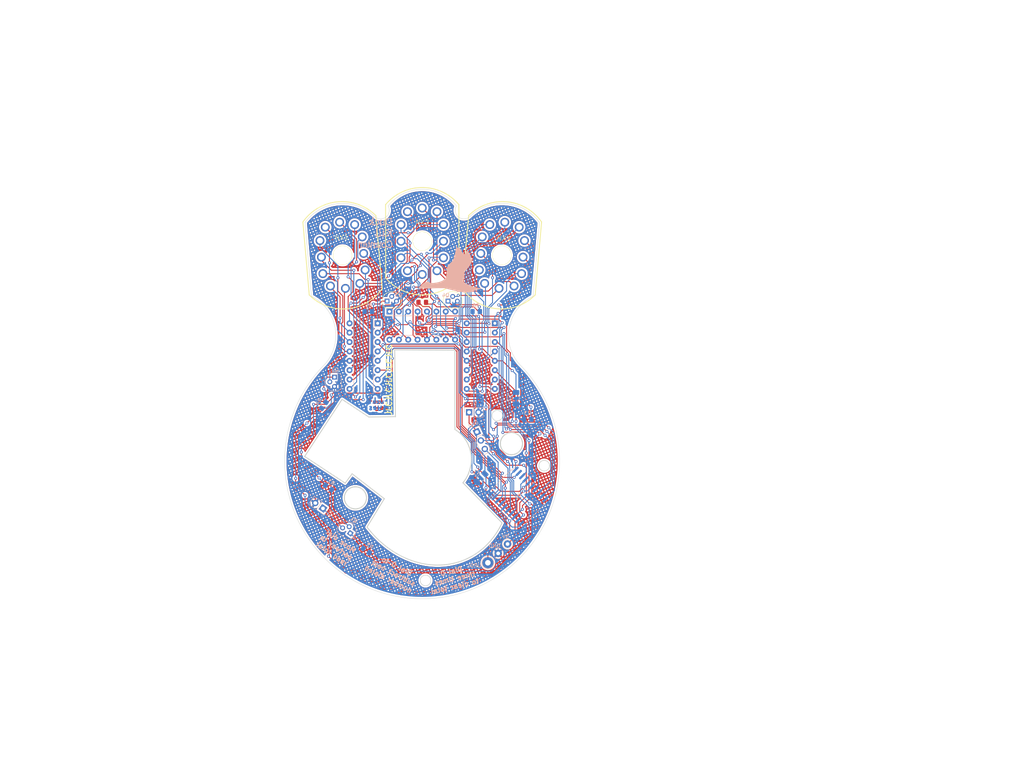
<source format=kicad_pcb>
(kicad_pcb (version 20211014) (generator pcbnew)

  (general
    (thickness 1.6)
  )

  (paper "A4")
  (layers
    (0 "F.Cu" signal)
    (31 "B.Cu" signal)
    (32 "B.Adhes" user "B.Adhesive")
    (33 "F.Adhes" user "F.Adhesive")
    (34 "B.Paste" user)
    (35 "F.Paste" user)
    (36 "B.SilkS" user "B.Silkscreen")
    (37 "F.SilkS" user "F.Silkscreen")
    (38 "B.Mask" user)
    (39 "F.Mask" user)
    (40 "Dwgs.User" user "User.Drawings")
    (41 "Cmts.User" user "User.Comments")
    (42 "Eco1.User" user "User.Eco1")
    (43 "Eco2.User" user "User.Eco2")
    (44 "Edge.Cuts" user)
    (45 "Margin" user)
    (46 "B.CrtYd" user "B.Courtyard")
    (47 "F.CrtYd" user "F.Courtyard")
    (48 "B.Fab" user)
    (49 "F.Fab" user)
    (50 "User.1" user)
    (51 "User.2" user)
    (52 "User.3" user)
    (53 "User.4" user)
    (54 "User.5" user)
    (55 "User.6" user)
    (56 "User.7" user)
    (57 "User.8" user)
    (58 "User.9" user)
  )

  (setup
    (stackup
      (layer "F.SilkS" (type "Top Silk Screen"))
      (layer "F.Paste" (type "Top Solder Paste"))
      (layer "F.Mask" (type "Top Solder Mask") (thickness 0.01))
      (layer "F.Cu" (type "copper") (thickness 0.035))
      (layer "dielectric 1" (type "core") (thickness 1.51) (material "FR4") (epsilon_r 4.5) (loss_tangent 0.02))
      (layer "B.Cu" (type "copper") (thickness 0.035))
      (layer "B.Mask" (type "Bottom Solder Mask") (thickness 0.01))
      (layer "B.Paste" (type "Bottom Solder Paste"))
      (layer "B.SilkS" (type "Bottom Silk Screen"))
      (copper_finish "None")
      (dielectric_constraints no)
    )
    (pad_to_mask_clearance 0)
    (aux_axis_origin 123.19 128.27)
    (grid_origin 123.19 128.27)
    (pcbplotparams
      (layerselection 0x00010fc_ffffffff)
      (disableapertmacros false)
      (usegerberextensions false)
      (usegerberattributes true)
      (usegerberadvancedattributes true)
      (creategerberjobfile true)
      (svguseinch false)
      (svgprecision 6)
      (excludeedgelayer true)
      (plotframeref false)
      (viasonmask false)
      (mode 1)
      (useauxorigin false)
      (hpglpennumber 1)
      (hpglpenspeed 20)
      (hpglpendiameter 15.000000)
      (dxfpolygonmode true)
      (dxfimperialunits true)
      (dxfusepcbnewfont true)
      (psnegative false)
      (psa4output false)
      (plotreference true)
      (plotvalue true)
      (plotinvisibletext false)
      (sketchpadsonfab false)
      (subtractmaskfromsilk false)
      (outputformat 1)
      (mirror false)
      (drillshape 0)
      (scaleselection 1)
      (outputdirectory "ROTADUCKPLOTS/")
    )
  )

  (net 0 "")
  (net 1 "Moved")
  (net 2 "GND")
  (net 3 "Net-(BT2-Pad1)")
  (net 4 "+5V")
  (net 5 "Net-(D1-Pad1)")
  (net 6 "Net-(D1-Pad2)")
  (net 7 "Net-(M1-Pad1)")
  (net 8 "Net-(M1-Pad9)")
  (net 9 "Net-(M1-Pad2)")
  (net 10 "Net-(M1-Pad10)")
  (net 11 "A1")
  (net 12 "Net-(M1-Pad11)")
  (net 13 "D1")
  (net 14 "Net-(M1-Pad13)")
  (net 15 "B1")
  (net 16 "Net-(M1-Pad14)")
  (net 17 "C1")
  (net 18 "Net-(M1-Pad15)")
  (net 19 "Net-(M1-Pad8)")
  (net 20 "Net-(M1-Pad16)")
  (net 21 "Net-(M2-Pad1)")
  (net 22 "Net-(M2-Pad9)")
  (net 23 "Net-(M2-Pad2)")
  (net 24 "Net-(M2-Pad10)")
  (net 25 "A2")
  (net 26 "Net-(M2-Pad11)")
  (net 27 "D2")
  (net 28 "Net-(M2-Pad13)")
  (net 29 "B2")
  (net 30 "Net-(M2-Pad14)")
  (net 31 "C2")
  (net 32 "Net-(M2-Pad15)")
  (net 33 "Net-(M2-Pad8)")
  (net 34 "Net-(M2-Pad16)")
  (net 35 "Net-(M3-Pad1)")
  (net 36 "Net-(M3-Pad9)")
  (net 37 "Net-(M3-Pad2)")
  (net 38 "Net-(M3-Pad10)")
  (net 39 "A3")
  (net 40 "Net-(M3-Pad11)")
  (net 41 "D3")
  (net 42 "Net-(M3-Pad13)")
  (net 43 "B3")
  (net 44 "Net-(M3-Pad14)")
  (net 45 "C3")
  (net 46 "Net-(M3-Pad15)")
  (net 47 "Net-(M3-Pad8)")
  (net 48 "Net-(M3-Pad16)")
  (net 49 "Net-(NX1-PadLHDP)")
  (net 50 "HT")
  (net 51 "Net-(NX2-PadLHDP)")
  (net 52 "Net-(NX3-PadLHDP)")
  (net 53 "Net-(Q1-Pad2)")
  (net 54 "Net-(Q1-Pad1)")
  (net 55 "Net-(Q2-Pad1)")
  (net 56 "Net-(Q3-Pad1)")
  (net 57 "Net-(Q4-Pad1)")
  (net 58 "DP1")
  (net 59 "DP2")
  (net 60 "DP3")
  (net 61 "Net-(TP1-Pad1)")
  (net 62 "Net-(U1-Pad11)")

  (footprint "Package_TO_SOT_THT:TO-92" (layer "F.Cu") (at 130.175 84.815))

  (footprint "nixies-us:nixies-us-IN-12-DSUB" (layer "F.Cu") (at 144.78 72.39 -5))

  (footprint "nixies-us:nixies-us-IN-12-DSUB" (layer "F.Cu") (at 123.19 68.58))

  (footprint "Package_TO_SOT_THT:TO-92" (layer "F.Cu") (at 113.665 84.815))

  (footprint "nixies-us:nixies-us-IN-12-DSUB" (layer "F.Cu") (at 101.6 72.39 5))

  (footprint "LED_SMD:LED_0805_2012Metric_Pad1.15x1.40mm_HandSolder" (layer "F.Cu") (at 123.19 85.1408 180))

  (footprint "Capacitor_SMD:C_1206_3216Metric_Pad1.33x1.80mm_HandSolder" (layer "B.Cu") (at 139.065 132.715 -135))

  (footprint "Package_TO_SOT_THT:TO-92" (layer "B.Cu") (at 103.703835 147.708337 145))

  (footprint "Package_DIP:DIP-16_W7.62mm" (layer "B.Cu") (at 111.115 90.82 180))

  (footprint "TestPoint:TestPoint_Plated_Hole_D2.0mm" (layer "B.Cu") (at 140.97 155.702 180))

  (footprint "digikey-footprints:Test_Point_D1.02mm" (layer "B.Cu") (at 143.764 153.162 180))

  (footprint "Connector_PinHeader_2.54mm:PinHeader_1x03_P2.54mm_Vertical" (layer "B.Cu") (at 137.997889 120.266573 -155))

  (footprint "Capacitor_SMD:C_1206_3216Metric_Pad1.33x1.80mm_HandSolder" (layer "B.Cu") (at 148.59 111.125 -90))

  (footprint "Connector_PinHeader_2.54mm:PinHeader_1x02_P2.54mm_Vertical" (layer "B.Cu") (at 135.885 114.935 -90))

  (footprint "digikey-footprints:Test_Point_D1.02mm" (layer "B.Cu") (at 146.304 150.622 180))

  (footprint "Connector_PinHeader_2.54mm:PinHeader_1x02_P2.54mm_Vertical" (layer "B.Cu") (at 96.294419 140.97 55))

  (footprint "Resistor_SMD:R_0805_2012Metric_Pad1.20x1.40mm_HandSolder" (layer "B.Cu") (at 97.79 135.316424 -35))

  (footprint "Resistor_SMD:R_0805_2012Metric_Pad1.20x1.40mm_HandSolder" (layer "B.Cu") (at 137.795 87.63 180))

  (footprint "Resistor_SMD:R_0805_2012Metric_Pad1.20x1.40mm_HandSolder" (layer "B.Cu") (at 96.52 113.03 -125))

  (footprint "Package_TO_SOT_THT:TO-92" (layer "B.Cu") (at 99.42 105.41 -90))

  (footprint "Package_SO:SOIC-20W_7.5x12.8mm_P1.27mm" (layer "B.Cu") (at 149.225 137.795 -135))

  (footprint "Resistor_SMD:R_0805_2012Metric_Pad1.20x1.40mm_HandSolder" (layer "B.Cu") (at 108.585 87.63 180))

  (footprint "Resistor_SMD:R_0805_2012Metric_Pad1.20x1.40mm_HandSolder" (layer "B.Cu") (at 151.765 116.84 180))

  (footprint "Resistor_SMD:R_0805_2012Metric_Pad1.20x1.40mm_HandSolder" (layer "B.Cu") (at 108.022107 152.4 -35))

  (footprint "Package_DIP:DIP-16_W7.62mm" (layer "B.Cu") (at 142.865 90.82 180))

  (footprint "Package_DIP:DIP-16_W7.62mm" (layer "B.Cu") (at 114.315 87.64 -90))

  (gr_poly
    (pts
      (xy 109.0965 70.114818)
      (xy 109.091579 70.11496)
      (xy 109.086932 70.115384)
      (xy 109.082551 70.116088)
      (xy 109.078428 70.117072)
      (xy 109.074556 70.118334)
      (xy 109.070927 70.119873)
      (xy 109.067532 70.121686)
      (xy 109.064366 70.123773)
      (xy 109.061418 70.126132)
      (xy 109.058683 70.128761)
      (xy 109.056153 70.13166)
      (xy 109.053819 70.134826)
      (xy 109.051674 70.138259)
      (xy 109.04971 70.141957)
      (xy 109.047919 70.145917)
      (xy 109.046295 70.15014)
      (xy 109.044829 70.154623)
      (xy 109.043513 70.159366)
      (xy 109.042339 70.164365)
      (xy 109.041301 70.169621)
      (xy 109.04039 70.175132)
      (xy 109.039599 70.180895)
      (xy 109.03892 70.186911)
      (xy 109.038345 70.193176)
      (xy 109.037476 70.206453)
      (xy 109.036932 70.220713)
      (xy 109.036651 70.235945)
      (xy 109.036571 70.252137)
      (xy 109.0368 70.262815)
      (xy 109.037475 70.272413)
      (xy 109.038575 70.280983)
      (xy 109.039278 70.284901)
      (xy 109.040081 70.288581)
      (xy 109.04098 70.292033)
      (xy 109.041973 70.295261)
      (xy 109.043057 70.298273)
      (xy 109.044231 70.301076)
      (xy 109.045491 70.303676)
      (xy 109.046836 70.306081)
      (xy 109.048262 70.308296)
      (xy 109.049767 70.310329)
      (xy 109.051349 70.312186)
      (xy 109.053006 70.313875)
      (xy 109.054734 70.315401)
      (xy 109.056531 70.316773)
      (xy 109.058396 70.317995)
      (xy 109.060324 70.319076)
      (xy 109.064365 70.32084)
      (xy 109.068634 70.322117)
      (xy 109.07311 70.322963)
      (xy 109.077776 70.323431)
      (xy 109.082609 70.323575)
      (xy 109.084869 70.323543)
      (xy 109.08718 70.323455)
      (xy 109.091942 70.32314)
      (xy 109.096861 70.322695)
      (xy 109.101907 70.322185)
      (xy 109.107045 70.321675)
      (xy 109.112244 70.32123)
      (xy 109.117471 70.320915)
      (xy 109.120085 70.320827)
      (xy 109.122693 70.320796)
      (xy 109.132053 70.320915)
      (xy 109.140566 70.32123)
      (xy 109.148353 70.321675)
      (xy 109.155535 70.322185)
      (xy 109.16857 70.32314)
      (xy 109.174664 70.323455)
      (xy 109.180637 70.323575)
      (xy 109.185029 70.323557)
      (xy 109.189356 70.323438)
      (xy 109.191533 70.323308)
      (xy 109.193739 70.323114)
      (xy 109.195989 70.322843)
      (xy 109.198298 70.322483)
      (xy 109.200682 70.32202)
      (xy 109.203155 70.321443)
      (xy 109.205733 70.320737)
      (xy 109.208431 70.319891)
      (xy 109.211264 70.318891)
      (xy 109.214246 70.317725)
      (xy 109.217394 70.31638)
      (xy 109.220722 70.314843)
      (xy 109.233373 70.311022)
      (xy 109.234758 70.310648)
      (xy 109.236128 70.310311)
      (xy 109.237493 70.310015)
      (xy 109.238861 70.309763)
      (xy 109.24024 70.30956)
      (xy 109.24164 70.30941)
      (xy 109.243069 70.309317)
      (xy 109.244535 70.309285)
      (xy 109.249432 70.309477)
      (xy 109.254357 70.310019)
      (xy 109.259392 70.31086)
      (xy 109.264621 70.311952)
      (xy 109.289134 70.317818)
      (xy 109.296578 70.31941)
      (xy 109.304714 70.320951)
      (xy 109.313625 70.322393)
      (xy 109.323396 70.323684)
      (xy 109.334108 70.324776)
      (xy 109.345845 70.325618)
      (xy 109.35869 70.326159)
      (xy 109.372726 70.326351)
      (xy 109.378921 70.326128)
      (xy 109.384788 70.325471)
      (xy 109.390335 70.324398)
      (xy 109.39557 70.322925)
      (xy 109.400503 70.321069)
      (xy 109.405142 70.318848)
      (xy 109.409496 70.316278)
      (xy 109.413573 70.313378)
      (xy 109.417382 70.310164)
      (xy 109.420931 70.306653)
      (xy 109.42423 70.302862)
      (xy 109.427287 70.298808)
      (xy 109.430111 70.29451)
      (xy 109.43271 70.289983)
      (xy 109.435092 70.285245)
      (xy 109.437267 70.280314)
      (xy 109.439244 70.275205)
      (xy 109.44103 70.269937)
      (xy 109.442634 70.264527)
      (xy 109.444066 70.258991)
      (xy 109.445334 70.253347)
      (xy 109.446446 70.247612)
      (xy 109.448237 70.235938)
      (xy 109.44951 70.224106)
      (xy 109.450334 70.212253)
      (xy 109.450777 70.200516)
      (xy 109.45091 70.189033)
      (xy 109.450825 70.177559)
      (xy 109.4506 70.16674)
      (xy 109.449918 70.147609)
      (xy 109.449237 70.13272)
      (xy 109.448927 70.123152)
      (xy 109.454879 69.980276)
      (xy 109.454786 69.971547)
      (xy 109.454507 69.962684)
      (xy 109.454042 69.953773)
      (xy 109.453391 69.944905)
      (xy 109.452554 69.936167)
      (xy 109.451531 69.927647)
      (xy 109.450322 69.919434)
      (xy 109.448927 69.911617)
      (xy 109.448028 69.908776)
      (xy 109.446849 69.905634)
      (xy 109.443842 69.898582)
      (xy 109.436524 69.882347)
      (xy 109.434695 69.878041)
      (xy 109.432958 69.873704)
      (xy 109.431362 69.869369)
      (xy 109.429951 69.865071)
      (xy 109.428773 69.860842)
      (xy 109.427873 69.856716)
      (xy 109.4273 69.852728)
      (xy 109.42715 69.850795)
      (xy 109.427098 69.84891)
      (xy 109.427161 69.847066)
      (xy 109.427343 69.845251)
      (xy 109.427638 69.843462)
      (xy 109.428036 69.841696)
      (xy 109.42853 69.839951)
      (xy 109.429113 69.838222)
      (xy 109.429775 69.836507)
      (xy 109.430509 69.834803)
      (xy 109.432161 69.831414)
      (xy 109.434005 69.828031)
      (xy 109.438012 69.821179)
      (xy 109.440048 69.817662)
      (xy 109.44202 69.814049)
      (xy 109.443864 69.810316)
      (xy 109.445516 69.806439)
      (xy 109.44625 69.804438)
      (xy 109.446912 69.802392)
      (xy 109.447494 69.800297)
      (xy 109.447989 69.79815)
      (xy 109.448387 69.795948)
      (xy 109.448682 69.793689)
      (xy 109.448864 69.791367)
      (xy 109.448927 69.788982)
      (xy 109.446942 69.611976)
      (xy 109.452896 69.466323)
      (xy 109.453016 69.442849)
      (xy 109.453484 69.417687)
      (xy 109.454465 69.391306)
      (xy 109.45612 69.364177)
      (xy 109.458612 69.336769)
      (xy 109.462104 69.309551)
      (xy 109.464276 69.29616)
      (xy 109.466759 69.282994)
      (xy 109.469573 69.270109)
      (xy 109.47274 69.257567)
      (xy 109.475332 69.248846)
      (xy 109.478189 69.240396)
      (xy 109.481295 69.232216)
      (xy 109.484636 69.224308)
      (xy 109.488195 69.216671)
      (xy 109.49196 69.209306)
      (xy 109.495914 69.202213)
      (xy 109.500043 69.195393)
      (xy 109.508765 69.182573)
      (xy 109.518008 69.17085)
      (xy 109.527652 69.160227)
      (xy 109.537578 69.150707)
      (xy 109.547667 69.142294)
      (xy 109.557799 69.134992)
      (xy 109.567856 69.128803)
      (xy 109.577718 69.123732)
      (xy 109.587266 69.119781)
      (xy 109.596382 69.116955)
      (xy 109.604944 69.115257)
      (xy 109.612836 69.11469)
      (xy 109.622459 69.114571)
      (xy 109.6317 69.114256)
      (xy 109.64915 69.113301)
      (xy 109.665409 69.112346)
      (xy 109.673162 69.112031)
      (xy 109.680702 69.111912)
      (xy 109.685956 69.11198)
      (xy 109.69115 69.112196)
      (xy 109.696277 69.112576)
      (xy 109.701333 69.11314)
      (xy 109.706311 69.113903)
      (xy 109.711208 69.114884)
      (xy 109.716018 69.1161)
      (xy 109.720736 69.117568)
      (xy 109.725355 69.119306)
      (xy 109.729872 69.121331)
      (xy 109.734281 69.12366)
      (xy 109.738576 69.126312)
      (xy 109.742753 69.129303)
      (xy 109.746806 69.132651)
      (xy 109.75073 69.136373)
      (xy 109.754519 69.140488)
      (xy 109.758428 69.144571)
      (xy 109.762271 69.148277)
      (xy 109.766052 69.151632)
      (xy 109.769778 69.154658)
      (xy 109.773455 69.15738)
      (xy 109.777087 69.159821)
      (xy 109.780681 69.162006)
      (xy 109.784242 69.163959)
      (xy 109.787775 69.165702)
      (xy 109.791287 69.167261)
      (xy 109.798268 69.16992)
      (xy 109.805229 69.172127)
      (xy 109.812215 69.174073)
      (xy 109.826441 69.177946)
      (xy 109.833771 69.180256)
      (xy 109.841305 69.18307)
      (xy 109.845162 69.184726)
      (xy 109.849087 69.18658)
      (xy 109.853086 69.188655)
      (xy 109.857164 69.190976)
      (xy 109.861326 69.193566)
      (xy 109.865578 69.19645)
      (xy 109.869926 69.199651)
      (xy 109.874376 69.203193)
      (xy 109.89493 69.220756)
      (xy 109.91588 69.239371)
      (xy 109.926394 69.249145)
      (xy 109.936876 69.259269)
      (xy 109.947283 69.269772)
      (xy 109.95757 69.280683)
      (xy 109.967695 69.292031)
      (xy 109.977613 69.303846)
      (xy 109.987281 69.316156)
      (xy 109.996656 69.32899)
      (xy 110.005694 69.342378)
      (xy 110.014351 69.356348)
      (xy 110.022583 69.37093)
      (xy 110.030347 69.386152)
      (xy 110.061024 69.447934)
      (xy 110.068544 69.463719)
      (xy 110.07584 69.479865)
      (xy 110.082829 69.496487)
      (xy 110.089432 69.513698)
      (xy 110.095564 69.531611)
      (xy 110.101145 69.550339)
      (xy 110.106092 69.569997)
      (xy 110.110323 69.590697)
      (xy 110.113757 69.612553)
      (xy 110.116311 69.635678)
      (xy 110.117904 69.660186)
      (xy 110.118453 69.686189)
      (xy 110.117461 69.740462)
      (xy 110.116779 69.791448)
      (xy 110.116469 69.854861)
      (xy 110.128375 69.937808)
      (xy 110.128375 69.949317)
      (xy 110.128189 69.995392)
      (xy 110.127747 70.022834)
      (xy 110.126887 70.05062)
      (xy 110.125468 70.076806)
      (xy 110.123352 70.099448)
      (xy 110.121989 70.108832)
      (xy 110.120399 70.116601)
      (xy 110.118564 70.122513)
      (xy 110.11755 70.124696)
      (xy 110.116469 70.126323)
      (xy 110.114933 70.127596)
      (xy 110.113304 70.128741)
      (xy 110.111585 70.129766)
      (xy 110.109777 70.130676)
      (xy 110.107883 70.131478)
      (xy 110.105904 70.132181)
      (xy 110.103844 70.13279)
      (xy 110.101704 70.133312)
      (xy 110.097195 70.134125)
      (xy 110.092394 70.134674)
      (xy 110.08732 70.135015)
      (xy 110.081991 70.135204)
      (xy 110.058482 70.135533)
      (xy 110.052147 70.135785)
      (xy 110.045665 70.136216)
      (xy 110.039054 70.13688)
      (xy 110.032332 70.137833)
      (xy 110.030145 70.138323)
      (xy 110.028048 70.138751)
      (xy 110.024109 70.13944)
      (xy 110.020486 70.139934)
      (xy 110.017151 70.140265)
      (xy 110.014077 70.140466)
      (xy 110.011235 70.140569)
      (xy 110.006138 70.140612)
      (xy 110.003969 70.140581)
      (xy 110.001901 70.140493)
      (xy 109.999896 70.140356)
      (xy 109.997915 70.140178)
      (xy 109.989469 70.139223)
      (xy 109.984395 70.138713)
      (xy 109.981511 70.138478)
      (xy 109.978344 70.138268)
      (xy 109.974857 70.13809)
      (xy 109.97101 70.137953)
      (xy 109.966766 70.137865)
      (xy 109.962085 70.137833)
      (xy 109.959486 70.137966)
      (xy 109.95697 70.138357)
      (xy 109.954537 70.138999)
      (xy 109.952188 70.139884)
      (xy 109.949922 70.141002)
      (xy 109.94774 70.142346)
      (xy 109.945641 70.143908)
      (xy 109.943625 70.145678)
      (xy 109.941692 70.147649)
      (xy 109.939842 70.149812)
      (xy 109.938076 70.152159)
      (xy 109.936392 70.154681)
      (xy 109.934791 70.157371)
      (xy 109.933273 70.160219)
      (xy 109.931837 70.163218)
      (xy 109.930485 70.166359)
      (xy 109.929214 70.169633)
      (xy 109.928027 70.173033)
      (xy 109.926921 70.17655)
      (xy 109.925898 70.180175)
      (xy 109.924957 70.183901)
      (xy 109.924099 70.187719)
      (xy 109.923322 70.19162)
      (xy 109.922628 70.195597)
      (xy 109.921485 70.203742)
      (xy 109.920669 70.212088)
      (xy 109.92018 70.220567)
      (xy 109.920017 70.229114)
      (xy 109.92021 70.244205)
      (xy 109.920821 70.257421)
      (xy 109.921893 70.268895)
      (xy 109.922616 70.27402)
      (xy 109.923471 70.278761)
      (xy 109.924464 70.283132)
      (xy 109.9256 70.287152)
      (xy 109.926886 70.290837)
      (xy 109.928326 70.294203)
      (xy 109.929926 70.297268)
      (xy 109.931691 70.300047)
      (xy 109.933629 70.302558)
      (xy 109.935743 70.304818)
      (xy 109.938039 70.306843)
      (xy 109.940524 70.308649)
      (xy 109.943203 70.310254)
      (xy 109.946081 70.311675)
      (xy 109.949164 70.312927)
      (xy 109.952457 70.314028)
      (xy 109.959698 70.315843)
      (xy 109.967848 70.317254)
      (xy 109.976952 70.318393)
      (xy 109.998201 70.320394)
      (xy 110.000062 70.320425)
      (xy 110.001926 70.320514)
      (xy 110.005679 70.320828)
      (xy 110.009489 70.321273)
      (xy 110.013381 70.321784)
      (xy 110.017386 70.322294)
      (xy 110.02153 70.322739)
      (xy 110.023663 70.322916)
      (xy 110.025842 70.323053)
      (xy 110.028069 70.323142)
      (xy 110.030348 70.323173)
      (xy 110.172429 70.314442)
      (xy 110.198225 70.314442)
      (xy 110.274426 70.325951)
      (xy 110.276287 70.32592)
      (xy 110.278151 70.325827)
      (xy 110.280022 70.325677)
      (xy 110.281904 70.325474)
      (xy 110.2838 70.325222)
      (xy 110.285713 70.324926)
      (xy 110.289606 70.324215)
      (xy 110.293611 70.323374)
      (xy 110.297754 70.322435)
      (xy 110.306572 70.320394)
      (xy 110.309531 70.319416)
      (xy 110.312457 70.31856)
      (xy 110.315355 70.317818)
      (xy 110.318231 70.317182)
      (xy 110.321087 70.316644)
      (xy 110.32393 70.316195)
      (xy 110.326763 70.315827)
      (xy 110.329591 70.315533)
      (xy 110.335253 70.315131)
      (xy 110.340952 70.314925)
      (xy 110.346726 70.314849)
      (xy 110.352611 70.314838)
      (xy 110.361589 70.314957)
      (xy 110.370786 70.315272)
      (xy 110.390562 70.316227)
      (xy 110.401503 70.316738)
      (xy 110.413388 70.317183)
      (xy 110.426399 70.317497)
      (xy 110.440716 70.317617)
      (xy 110.449979 70.317415)
      (xy 110.458304 70.3168)
      (xy 110.462128 70.316333)
      (xy 110.465736 70.315759)
      (xy 110.469132 70.315075)
      (xy 110.472324 70.31428)
      (xy 110.475315 70.313373)
      (xy 110.478114 70.312351)
      (xy 110.480724 70.311212)
      (xy 110.483153 70.309957)
      (xy 110.485406 70.308582)
      (xy 110.487489 70.307086)
      (xy 110.489408 70.305468)
      (xy 110.491169 70.303726)
      (xy 110.492777 70.301858)
      (xy 110.494239 70.299864)
      (xy 110.495561 70.29774)
      (xy 110.496748 70.295486)
      (xy 110.497806 70.2931)
      (xy 110.498741 70.290581)
      (xy 110.499559 70.287926)
      (xy 110.500266 70.285135)
      (xy 110.50137 70.279135)
      (xy 110.502101 70.272569)
      (xy 110.502505 70.265424)
      (xy 110.502629 70.257687)
      (xy 110.502544 70.253241)
      (xy 110.502319 70.248535)
      (xy 110.501637 70.23834)
      (xy 110.501272 70.232852)
      (xy 110.500955 70.227104)
      (xy 110.50073 70.221095)
      (xy 110.500644 70.214826)
      (xy 110.499715 70.201397)
      (xy 110.498419 70.189879)
      (xy 110.497635 70.184789)
      (xy 110.496761 70.180119)
      (xy 110.495798 70.17585)
      (xy 110.494747 70.171963)
      (xy 110.493608 70.16844)
      (xy 110.492382 70.165259)
      (xy 110.491069 70.162403)
      (xy 110.489671 70.159853)
      (xy 110.488187 70.157588)
      (xy 110.486619 70.15559)
      (xy 110.484967 70.15384)
      (xy 110.483231 70.152318)
      (xy 110.481414 70.151006)
      (xy 110.479514 70.149883)
      (xy 110.477533 70.148932)
      (xy 110.475471 70.148132)
      (xy 110.471109 70.146911)
      (xy 110.466432 70.146067)
      (xy 110.456156 70.144895)
      (xy 110.450568 70.14426)
      (xy 110.444685 70.143388)
      (xy 110.442826 70.1429)
      (xy 110.440971 70.142472)
      (xy 110.439128 70.142101)
      (xy 110.437299 70.141783)
      (xy 110.435492 70.141513)
      (xy 110.433711 70.141289)
      (xy 110.430249 70.140958)
      (xy 110.426953 70.140757)
      (xy 110.423867 70.140654)
      (xy 110.418491 70.140611)
      (xy 110.41593 70.140642)
      (xy 110.413444 70.14073)
      (xy 110.408625 70.141045)
      (xy 110.40389 70.14149)
      (xy 110.399094 70.142)
      (xy 110.394094 70.14251)
      (xy 110.388744 70.142954)
      (xy 110.385894 70.143132)
      (xy 110.382902 70.143269)
      (xy 110.379751 70.143357)
      (xy 110.376422 70.143388)
      (xy 110.366098 70.143299)
      (xy 110.36116 70.143088)
      (xy 110.356411 70.142675)
      (xy 110.351877 70.141996)
      (xy 110.349701 70.141535)
      (xy 110.347589 70.140982)
      (xy 110.345545 70.140328)
      (xy 110.343574 70.139567)
      (xy 110.341677 70.138688)
      (xy 110.33986 70.137683)
      (xy 110.338125 70.136545)
      (xy 110.336477 70.135265)
      (xy 110.334918 70.133835)
      (xy 110.333452 70.132246)
      (xy 110.332083 70.130489)
      (xy 110.330814 70.128558)
      (xy 110.32965 70.126442)
      (xy 110.328593 70.124134)
      (xy 110.327647 70.121625)
      (xy 110.326815 70.118908)
      (xy 110.326102 70.115973)
      (xy 110.32551 70.112813)
      (xy 110.325044 70.109419)
      (xy 110.324706 70.105782)
      (xy 110.324501 70.101895)
      (xy 110.324432 70.097748)
      (xy 110.324005 70.077763)
      (xy 110.322881 70.052908)
      (xy 110.319471 69.993817)
      (xy 110.31606 69.930931)
      (xy 110.314936 69.901332)
      (xy 110.31451 69.874705)
      (xy 110.314621 69.864967)
      (xy 110.314936 69.856088)
      (xy 110.315425 69.84799)
      (xy 110.31606 69.840592)
      (xy 110.316811 69.833816)
      (xy 110.317649 69.82758)
      (xy 110.319471 69.816414)
      (xy 110.322881 69.797072)
      (xy 110.323516 69.792395)
      (xy 110.324005 69.787622)
      (xy 110.32432 69.782674)
      (xy 110.324432 69.77747)
      (xy 110.324209 69.768516)
      (xy 110.323579 69.759785)
      (xy 110.3226 69.751239)
      (xy 110.321331 69.742843)
      (xy 110.319829 69.734558)
      (xy 110.318153 69.726348)
      (xy 110.31451 69.710002)
      (xy 110.310866 69.693506)
      (xy 110.30919 69.68511)
      (xy 110.307688 69.676565)
      (xy 110.306419 69.667834)
      (xy 110.30544 69.658879)
      (xy 110.304811 69.649664)
      (xy 110.304588 69.640152)
      (xy 110.305518 69.478469)
      (xy 110.307564 69.35217)
      (xy 110.310541 69.197239)
      (xy 110.310623 69.19306)
      (xy 110.310864 69.189076)
      (xy 110.311259 69.185284)
      (xy 110.311802 69.18168)
      (xy 110.312488 69.178259)
      (xy 110.313311 69.175017)
      (xy 110.314266 69.17195)
      (xy 110.315347 69.169055)
      (xy 110.316548 69.166326)
      (xy 110.317863 69.16376)
      (xy 110.319288 69.161353)
      (xy 110.320817 69.1591)
      (xy 110.322443 69.156997)
      (xy 110.324162 69.15504)
      (xy 110.325968 69.153226)
      (xy 110.327854 69.151549)
      (xy 110.329817 69.150006)
      (xy 110.331849 69.148593)
      (xy 110.333945 69.147305)
      (xy 110.336101 69.146138)
      (xy 110.338309 69.145088)
      (xy 110.340566 69.144152)
      (xy 110.345199 69.142601)
      (xy 110.349955 69.141452)
      (xy 110.354789 69.140673)
      (xy 110.359657 69.14023)
      (xy 110.364515 69.140089)
      (xy 110.367096 69.140121)
      (xy 110.369632 69.140214)
      (xy 110.372122 69.140364)
      (xy 110.374567 69.140567)
      (xy 110.379326 69.141115)
      (xy 110.383912 69.141826)
      (xy 110.388331 69.142667)
      (xy 110.392588 69.143605)
      (xy 110.396686 69.144609)
      (xy 110.400631 69.145646)
      (xy 110.420474 69.145646)
      (xy 110.42645 69.145548)
      (xy 110.432318 69.14527)
      (xy 110.438076 69.14484)
      (xy 110.443716 69.144281)
      (xy 110.45463 69.142883)
      (xy 110.465024 69.14128)
      (xy 110.484098 69.138279)
      (xy 110.492706 69.13729)
      (xy 110.496761 69.137013)
      (xy 110.500643 69.136915)
      (xy 110.501759 69.136887)
      (xy 110.502873 69.136795)
      (xy 110.503982 69.136626)
      (xy 110.505085 69.136367)
      (xy 110.506179 69.136004)
      (xy 110.507262 69.135526)
      (xy 110.508332 69.134918)
      (xy 110.509387 69.134168)
      (xy 110.510424 69.133262)
      (xy 110.511442 69.132189)
      (xy 110.512438 69.130934)
      (xy 110.51341 69.129485)
      (xy 110.514356 69.127829)
      (xy 110.515273 69.125952)
      (xy 110.51616 69.123842)
      (xy 110.517015 69.121486)
      (xy 110.517834 69.118871)
      (xy 110.518616 69.115983)
      (xy 110.519359 69.11281)
      (xy 110.520061 69.109339)
      (xy 110.520719 69.105556)
      (xy 110.521331 69.101449)
      (xy 110.521896 69.097005)
      (xy 110.52241 69.09221)
      (xy 110.522872 69.087052)
      (xy 110.523279 69.081518)
      (xy 110.52363 69.075594)
      (xy 110.523921 69.069268)
      (xy 110.524152 69.062527)
      (xy 110.52432 69.055357)
      (xy 110.524422 69.047746)
      (xy 110.524456 69.03968)
      (xy 110.52411 69.0259)
      (xy 110.523102 69.013397)
      (xy 110.521476 69.002116)
      (xy 110.520446 68.996918)
      (xy 110.519278 68.992006)
      (xy 110.517978 68.987372)
      (xy 110.516552 68.983011)
      (xy 110.515005 68.978916)
      (xy 110.513343 68.975079)
      (xy 110.511571 68.971495)
      (xy 110.509695 68.968157)
      (xy 110.507721 68.965057)
      (xy 110.505654 68.96219)
      (xy 110.5035 68.959549)
      (xy 110.501264 68.957126)
      (xy 110.498953 68.954915)
      (xy 110.49657 68.95291)
      (xy 110.491617 68.94949)
      (xy 110.486449 68.946811)
      (xy 110.481112 68.944821)
      (xy 110.475649 68.943466)
      (xy 110.470106 68.942692)
      (xy 110.464528 68.942445)
      (xy 110.452622 68.942445)
      (xy 110.439284 68.944416)
      (xy 110.42383 68.946154)
      (xy 110.406934 68.94765)
      (xy 110.38927 68.948895)
      (xy 110.371514 68.94988)
      (xy 110.354339 68.950594)
      (xy 110.33842 68.95103)
      (xy 110.324432 68.951177)
      (xy 110.311983 68.951416)
      (xy 110.300074 68.952045)
      (xy 110.288462 68.952935)
      (xy 110.276906 68.953955)
      (xy 110.265163 68.954975)
      (xy 110.252993 68.955865)
      (xy 110.240154 68.956495)
      (xy 110.226403 68.956733)
      (xy 110.220999 68.956635)
      (xy 110.216063 68.956358)
      (xy 110.211542 68.955928)
      (xy 110.207384 68.955369)
      (xy 110.203534 68.954708)
      (xy 110.199941 68.953971)
      (xy 110.193313 68.952368)
      (xy 110.187076 68.950765)
      (xy 110.183971 68.950028)
      (xy 110.180806 68.949367)
      (xy 110.177526 68.948808)
      (xy 110.17408 68.948378)
      (xy 110.170414 68.948101)
      (xy 110.166475 68.948003)
      (xy 110.16395 68.948068)
      (xy 110.160896 68.948264)
      (xy 110.153545 68.949051)
      (xy 110.149419 68.949643)
      (xy 110.145106 68.950368)
      (xy 110.140692 68.951226)
      (xy 110.136262 68.952219)
      (xy 110.131902 68.953347)
      (xy 110.127698 68.954611)
      (xy 110.123734 68.95601)
      (xy 110.120096 68.957546)
      (xy 110.11687 68.959219)
      (xy 110.115437 68.960108)
      (xy 110.11414 68.96103)
      (xy 110.112989 68.961988)
      (xy 110.111994 68.96298)
      (xy 110.111166 68.964007)
      (xy 110.110515 68.965068)
      (xy 110.108747 68.969319)
      (xy 110.107155 68.973455)
      (xy 110.105732 68.977503)
      (xy 110.104469 68.981489)
      (xy 110.103357 68.985437)
      (xy 110.102388 68.989373)
      (xy 110.101552 68.993324)
      (xy 110.100841 68.997314)
      (xy 110.100247 69.001369)
      (xy 110.09976 69.005515)
      (xy 110.099372 69.009777)
      (xy 110.099074 69.014181)
      (xy 110.098714 69.023517)
      (xy 110.098609 69.033727)
      (xy 110.098609 69.113895)
      (xy 110.098578 69.13429)
      (xy 110.098361 69.156807)
      (xy 110.097772 69.181481)
      (xy 110.09728 69.19464)
      (xy 110.096626 69.208351)
      (xy 110.096035 69.207083)
      (xy 110.094341 69.204423)
      (xy 110.088093 69.195527)
      (xy 110.078794 69.182874)
      (xy 110.067356 69.167672)
      (xy 110.05469 69.151131)
      (xy 110.041708 69.134459)
      (xy 110.029321 69.118866)
      (xy 110.018441 69.105562)
      (xy 109.995106 69.079244)
      (xy 109.982157 69.065099)
      (xy 109.97547 69.058105)
      (xy 109.968683 69.051289)
      (xy 109.961825 69.044742)
      (xy 109.954929 69.038558)
      (xy 109.948025 69.032829)
      (xy 109.941143 69.02765)
      (xy 109.934315 69.023112)
      (xy 109.927571 69.019309)
      (xy 109.924241 69.017712)
      (xy 109.920943 69.016334)
      (xy 109.917681 69.015186)
      (xy 109.91446 69.01428)
      (xy 109.911336 69.013429)
      (xy 109.908357 69.012515)
      (xy 109.905518 69.011538)
      (xy 109.90281 69.0105)
      (xy 109.900226 69.009403)
      (xy 109.89776 69.008249)
      (xy 109.895402 69.007038)
      (xy 109.893147 69.005772)
      (xy 109.890986 69.004452)
      (xy 109.888913 69.003081)
      (xy 109.884999 69.000187)
      (xy 109.881347 68.997103)
      (xy 109.877898 68.99384)
      (xy 109.874593 68.99041)
      (xy 109.871374 68.986824)
      (xy 109.864956 68.97923)
      (xy 109.858176 68.971153)
      (xy 109.854504 68.966962)
      (xy 109.850564 68.962685)
      (xy 109.847668 68.95986)
      (xy 109.844641 68.957255)
      (xy 109.841492 68.954858)
      (xy 109.83823 68.952656)
      (xy 109.834864 68.950637)
      (xy 109.831402 68.948788)
      (xy 109.824227 68.945552)
      (xy 109.816775 68.942848)
      (xy 109.809117 68.940578)
      (xy 109.801323 68.938641)
      (xy 109.793463 68.936939)
      (xy 109.777828 68.933839)
      (xy 109.770193 68.932242)
      (xy 109.762774 68.930483)
      (xy 109.755641 68.928461)
      (xy 109.748864 68.926076)
      (xy 109.742514 68.92323)
      (xy 109.739521 68.921603)
      (xy 109.736661 68.919823)
      (xy 109.73059 68.916788)
      (xy 109.72307 68.91407)
      (xy 109.714289 68.911655)
      (xy 109.704434 68.909523)
      (xy 109.693692 68.907659)
      (xy 109.682253 68.906045)
      (xy 109.65803 68.903502)
      (xy 109.633268 68.901759)
      (xy 109.609469 68.90068)
      (xy 109.588134 68.900133)
      (xy 109.570767 68.89998)
      (xy 109.56147 68.900505)
      (xy 109.551979 68.901544)
      (xy 109.532526 68.905072)
      (xy 109.512639 68.910379)
      (xy 109.492546 68.917281)
      (xy 109.472476 68.925591)
      (xy 109.452658 68.935126)
      (xy 109.433322 68.9457)
      (xy 109.414696 68.957129)
      (xy 109.39701 68.969228)
      (xy 109.380492 68.981812)
      (xy 109.365372 68.994695)
      (xy 109.351878 69.007694)
      (xy 109.34024 69.020623)
      (xy 109.330687 69.033297)
      (xy 109.323448 69.045532)
      (xy 109.320767 69.051427)
      (xy 109.318751 69.057143)
      (xy 109.277129 69.160032)
      (xy 109.271543 69.176584)
      (xy 109.266293 69.194126)
      (xy 109.261505 69.21271)
      (xy 109.257304 69.232387)
      (xy 109.253817 69.253209)
      (xy 109.25117 69.275225)
      (xy 109.250201 69.286698)
      (xy 109.249489 69.298488)
      (xy 109.249051 69.310603)
      (xy 109.248901 69.323048)
      (xy 109.238979 69.471479)
      (xy 109.23901 69.481761)
      (xy 109.239084 69.486674)
      (xy 109.239227 69.491522)
      (xy 109.239464 69.49637)
      (xy 109.239816 69.501283)
      (xy 109.240309 69.506326)
      (xy 109.240964 69.511565)
      (xy 109.242444 69.521727)
      (xy 109.243878 69.532741)
      (xy 109.245219 69.544416)
      (xy 109.246421 69.55656)
      (xy 109.247436 69.568983)
      (xy 109.248219 69.581495)
      (xy 109.248723 69.593904)
      (xy 109.248901 69.606021)
      (xy 109.24856 69.630659)
      (xy 109.247661 69.654967)
      (xy 109.244932 69.70142)
      (xy 109.242204 69.743036)
      (xy 109.241305 69.761298)
      (xy 109.240964 69.777472)
      (xy 109.244932 70.031868)
      (xy 109.244715 70.053794)
      (xy 109.244302 70.063577)
      (xy 109.243562 70.072585)
      (xy 109.242401 70.080825)
      (xy 109.240726 70.088306)
      (xy 109.239666 70.091765)
      (xy 109.238442 70.095036)
      (xy 109.237043 70.098122)
      (xy 109.235457 70.101023)
      (xy 109.233672 70.103741)
      (xy 109.231676 70.106276)
      (xy 109.229459 70.108629)
      (xy 109.227007 70.110801)
      (xy 109.22431 70.112794)
      (xy 109.221355 70.114608)
      (xy 109.218131 70.116245)
      (xy 109.214627 70.117705)
      (xy 109.21083 70.118989)
      (xy 109.206729 70.120099)
      (xy 109.202313 70.121035)
      (xy 109.197568 70.121799)
      (xy 109.192485 70.122392)
      (xy 109.187051 70.122813)
      (xy 109.175082 70.12315)
      (xy 109.169103 70.123122)
      (xy 109.164006 70.122907)
      (xy 109.159634 70.122529)
      (xy 109.155827 70.122017)
      (xy 109.152428 70.121395)
      (xy 109.149277 70.12069)
      (xy 109.143084 70.119134)
      (xy 109.139725 70.118336)
      (xy 109.135979 70.11756)
      (xy 109.131689 70.116831)
      (xy 109.126694 70.116176)
      (xy 109.120836 70.115621)
      (xy 109.113957 70.115193)
      (xy 109.105898 70.114916)
      (xy 109.0965 70.114818)
    ) (layer "B.SilkS") (width 0.039687) (fill solid) (tstamp 0e55dfa9-6c66-4a54-85c3-69eb85df0e87))
  (gr_poly
    (pts
      (xy 114.998031 65.347159)
      (xy 114.97658 65.347301)
      (xy 114.958883 65.347773)
      (xy 114.944376 65.348645)
      (xy 114.938143 65.349253)
      (xy 114.932497 65.349987)
      (xy 114.927367 65.350856)
      (xy 114.922683 65.351868)
      (xy 114.918374 65.353033)
      (xy 114.914371 65.354359)
      (xy 114.910602 65.355854)
      (xy 114.906998 65.357528)
      (xy 114.903489 65.35939)
      (xy 114.900003 65.361447)
      (xy 114.898391 65.36246)
      (xy 114.896686 65.363417)
      (xy 114.894899 65.364316)
      (xy 114.893039 65.365155)
      (xy 114.891116 65.365934)
      (xy 114.88914 65.366651)
      (xy 114.887122 65.367306)
      (xy 114.88507 65.367896)
      (xy 114.882995 65.368421)
      (xy 114.880907 65.36888)
      (xy 114.878815 65.369272)
      (xy 114.87673 65.369595)
      (xy 114.874661 65.369848)
      (xy 114.872618 65.370031)
      (xy 114.870611 65.370141)
      (xy 114.86865 65.370178)
      (xy 114.864311 65.370078)
      (xy 114.859925 65.369792)
      (xy 114.855492 65.369336)
      (xy 114.851014 65.368727)
      (xy 114.846488 65.367983)
      (xy 114.841916 65.367122)
      (xy 114.832633 65.365118)
      (xy 114.813509 65.360467)
      (xy 114.803668 65.3581)
      (xy 114.79364 65.355891)
      (xy 114.779279 65.35385)
      (xy 114.775578 65.353371)
      (xy 114.771567 65.352912)
      (xy 114.767115 65.352477)
      (xy 114.762089 65.352071)
      (xy 114.756356 65.351697)
      (xy 114.749783 65.35136)
      (xy 114.742238 65.351064)
      (xy 114.733589 65.350812)
      (xy 114.723702 65.350609)
      (xy 114.712446 65.350459)
      (xy 114.699687 65.350366)
      (xy 114.685294 65.350334)
      (xy 114.674383 65.350465)
      (xy 114.663639 65.350862)
      (xy 114.653007 65.351528)
      (xy 114.642431 65.352468)
      (xy 114.631855 65.353687)
      (xy 114.621223 65.35519)
      (xy 114.61048 65.356981)
      (xy 114.599569 65.359066)
      (xy 114.594172 65.359983)
      (xy 114.58899 65.360672)
      (xy 114.584012 65.361166)
      (xy 114.579229 65.361497)
      (xy 114.574632 65.361698)
      (xy 114.570212 65.361801)
      (xy 114.561865 65.361844)
      (xy 114.556458 65.361653)
      (xy 114.55124 65.361111)
      (xy 114.546193 65.360269)
      (xy 114.541302 65.359178)
      (xy 114.536551 65.357886)
      (xy 114.531923 65.356445)
      (xy 114.522972 65.353312)
      (xy 114.514318 65.350178)
      (xy 114.510062 65.348737)
      (xy 114.505832 65.347445)
      (xy 114.501611 65.346354)
      (xy 114.497383 65.345512)
      (xy 114.493131 65.344971)
      (xy 114.488841 65.344779)
      (xy 114.482409 65.345008)
      (xy 114.475676 65.345682)
      (xy 114.468728 65.34678)
      (xy 114.461655 65.348283)
      (xy 114.454544 65.350169)
      (xy 114.447485 65.352418)
      (xy 114.440565 65.35501)
      (xy 114.433874 65.357925)
      (xy 114.427498 65.361143)
      (xy 114.421527 65.364642)
      (xy 114.416049 65.368403)
      (xy 114.411152 65.372405)
      (xy 114.406926 65.376628)
      (xy 114.405091 65.378816)
      (xy 114.403457 65.381051)
      (xy 114.402034 65.383332)
      (xy 114.400834 65.385655)
      (xy 114.399868 65.388018)
      (xy 114.399147 65.390419)
      (xy 114.398355 65.394114)
      (xy 114.397479 65.397764)
      (xy 114.39555 65.404973)
      (xy 114.391507 65.419342)
      (xy 114.38969 65.426677)
      (xy 114.388898 65.430421)
      (xy 114.388208 65.434231)
      (xy 114.387639 65.438117)
      (xy 114.38721 65.442091)
      (xy 114.386939 65.446164)
      (xy 114.386844 65.450347)
      (xy 114.386959 65.456126)
      (xy 114.387299 65.461706)
      (xy 114.387856 65.467088)
      (xy 114.388622 65.472273)
      (xy 114.38959 65.477262)
      (xy 114.390753 65.482056)
      (xy 114.392101 65.486657)
      (xy 114.393628 65.491064)
      (xy 114.395326 65.49528)
      (xy 114.397187 65.499305)
      (xy 114.399204 65.503139)
      (xy 114.401369 65.506786)
      (xy 114.403673 65.510244)
      (xy 114.406111 65.513516)
      (xy 114.408672 65.516602)
      (xy 114.411351 65.519503)
      (xy 114.414139 65.52222)
      (xy 114.417029 65.524755)
      (xy 114.420012 65.527108)
      (xy 114.423082 65.529281)
      (xy 114.42623 65.531273)
      (xy 114.42945 65.533087)
      (xy 114.432732 65.534724)
      (xy 114.436069 65.536184)
      (xy 114.442879 65.538578)
      (xy 114.449819 65.540278)
      (xy 114.456826 65.541292)
      (xy 114.463838 65.541629)
      (xy 114.465756 65.541598)
      (xy 114.467667 65.541509)
      (xy 114.471627 65.541195)
      (xy 114.481201 65.540239)
      (xy 114.487449 65.539729)
      (xy 114.491076 65.539495)
      (xy 114.495092 65.539284)
      (xy 114.499536 65.539107)
      (xy 114.504446 65.538969)
      (xy 114.509864 65.538881)
      (xy 114.515829 65.53885)
      (xy 114.521562 65.538914)
      (xy 114.527015 65.5391)
      (xy 114.532209 65.539402)
      (xy 114.537161 65.539811)
      (xy 114.541889 65.54032)
      (xy 114.546413 65.540922)
      (xy 114.55075 65.541608)
      (xy 114.554921 65.542372)
      (xy 114.562833 65.544102)
      (xy 114.570299 65.54605)
      (xy 114.577468 65.548156)
      (xy 114.584487 65.550359)
      (xy 114.588752 65.551688)
      (xy 114.593579 65.553656)
      (xy 114.598854 65.556365)
      (xy 114.601624 65.558029)
      (xy 114.604462 65.559915)
      (xy 114.607353 65.562037)
      (xy 114.610285 65.564407)
      (xy 114.613242 65.567038)
      (xy 114.616209 65.569942)
      (xy 114.619172 65.573131)
      (xy 114.622118 65.576619)
      (xy 114.62503 65.580418)
      (xy 114.627896 65.58454)
      (xy 114.6307 65.588998)
      (xy 114.633427 65.593805)
      (xy 114.636064 65.598973)
      (xy 114.638597 65.604515)
      (xy 114.641009 65.610443)
      (xy 114.643288 65.61677)
      (xy 114.645418 65.623508)
      (xy 114.647386 65.630671)
      (xy 114.649176 65.63827)
      (xy 114.650774 65.646318)
      (xy 114.652167 65.654828)
      (xy 114.653338 65.663812)
      (xy 114.654274 65.673283)
      (xy 114.654961 65.683254)
      (xy 114.655384 65.693736)
      (xy 114.655528 65.704744)
      (xy 114.655385 65.713491)
      (xy 114.654982 65.721705)
      (xy 114.654356 65.729575)
      (xy 114.653543 65.737294)
      (xy 114.649178 65.770476)
      (xy 114.647993 65.780305)
      (xy 114.646846 65.79113)
      (xy 114.645773 65.803142)
      (xy 114.644812 65.816532)
      (xy 114.644 65.831492)
      (xy 114.643373 65.848213)
      (xy 114.64297 65.866886)
      (xy 114.642828 65.887703)
      (xy 114.643373 65.91505)
      (xy 114.644812 65.943067)
      (xy 114.646846 65.971084)
      (xy 114.649178 65.998431)
      (xy 114.653543 66.048437)
      (xy 114.654982 66.069757)
      (xy 114.655528 66.087728)
      (xy 114.655247 66.098839)
      (xy 114.654453 66.109718)
      (xy 114.65322 66.120393)
      (xy 114.651621 66.130894)
      (xy 114.649729 66.141248)
      (xy 114.647617 66.151484)
      (xy 114.643026 66.171716)
      (xy 114.638436 66.191818)
      (xy 114.636324 66.201892)
      (xy 114.634432 66.212018)
      (xy 114.632832 66.222225)
      (xy 114.631599 66.232543)
      (xy 114.630806 66.242999)
      (xy 114.630525 66.253621)
      (xy 114.630525 66.307993)
      (xy 114.630411 66.318277)
      (xy 114.630245 66.323072)
      (xy 114.629985 66.327613)
      (xy 114.629616 66.331885)
      (xy 114.629123 66.33587)
      (xy 114.628488 66.339553)
      (xy 114.627697 66.342918)
      (xy 114.626734 66.345947)
      (xy 114.625583 66.348626)
      (xy 114.624229 66.350937)
      (xy 114.623471 66.35195)
      (xy 114.622655 66.352864)
      (xy 114.621782 66.353679)
      (xy 114.620847 66.354392)
      (xy 114.61985 66.355)
      (xy 114.618788 66.355503)
      (xy 114.61766 66.355897)
      (xy 114.616463 66.356182)
      (xy 114.615196 66.356354)
      (xy 114.613856 66.356411)
      (xy 114.613084 66.356379)
      (xy 114.612257 66.35628)
      (xy 114.611375 66.356116)
      (xy 114.610439 66.355884)
      (xy 114.60945 66.355585)
      (xy 114.608407 66.355218)
      (xy 114.607313 66.354783)
      (xy 114.606167 66.354278)
      (xy 114.604969 66.353704)
      (xy 114.603721 66.353059)
      (xy 114.602423 66.352343)
      (xy 114.601076 66.351556)
      (xy 114.599679 66.350697)
      (xy 114.598235 66.349765)
      (xy 114.596742 66.348759)
      (xy 114.595203 66.34768)
      (xy 114.586738 66.342125)
      (xy 114.578571 66.336186)
      (xy 114.570644 66.32988)
      (xy 114.562901 66.323223)
      (xy 114.555286 66.316231)
      (xy 114.547743 66.30892)
      (xy 114.540215 66.301307)
      (xy 114.532645 66.293408)
      (xy 114.500827 66.259276)
      (xy 114.483204 66.240918)
      (xy 114.473767 66.231472)
      (xy 114.463838 66.221871)
      (xy 114.454141 66.211862)
      (xy 114.444568 66.201294)
      (xy 114.43515 66.190333)
      (xy 114.425917 66.179145)
      (xy 114.391457 66.135451)
      (xy 114.376141 66.116567)
      (xy 114.369069 66.108448)
      (xy 114.36243 66.101432)
      (xy 114.356253 66.095685)
      (xy 114.350569 66.091375)
      (xy 114.347922 66.08981)
      (xy 114.34541 66.088667)
      (xy 114.343037 66.087965)
      (xy 114.340806 66.087727)
      (xy 114.336135 66.087646)
      (xy 114.331474 66.087337)
      (xy 114.326786 66.086704)
      (xy 114.324421 66.086236)
      (xy 114.322035 66.08565)
      (xy 114.319624 66.084934)
      (xy 114.317184 66.084077)
      (xy 114.314709 66.083065)
      (xy 114.312196 66.081888)
      (xy 114.309639 66.080532)
      (xy 114.307035 66.078986)
      (xy 114.304378 66.077238)
      (xy 114.301664 66.075275)
      (xy 114.298888 66.073085)
      (xy 114.296047 66.070657)
      (xy 114.293134 66.067977)
      (xy 114.290146 66.065035)
      (xy 114.287078 66.061817)
      (xy 114.283926 66.058311)
      (xy 114.280684 66.054506)
      (xy 114.277349 66.05039)
      (xy 114.273916 66.045949)
      (xy 114.27038 66.041173)
      (xy 114.266736 66.036049)
      (xy 114.26298 66.030564)
      (xy 114.259108 66.024707)
      (xy 114.255115 66.018465)
      (xy 114.250996 66.011827)
      (xy 114.246747 66.00478)
      (xy 114.238413 65.991061)
      (xy 114.229789 65.977721)
      (xy 114.220879 65.96474)
      (xy 114.211691 65.952095)
      (xy 114.202231 65.939767)
      (xy 114.192506 65.927734)
      (xy 114.182521 65.915975)
      (xy 114.172283 65.90447)
      (xy 114.161798 65.893198)
      (xy 114.151074 65.882137)
      (xy 114.140116 65.871267)
      (xy 114.128931 65.860566)
      (xy 114.105903 65.839591)
      (xy 114.082044 65.819043)
      (xy 114.070697 65.809142)
      (xy 114.060813 65.799796)
      (xy 114.052232 65.790955)
      (xy 114.0448 65.782568)
      (xy 114.038357 65.774586)
      (xy 114.032749 65.766958)
      (xy 114.027817 65.759635)
      (xy 114.023405 65.752567)
      (xy 114.007816 65.725839)
      (xy 114.003648 65.719294)
      (xy 113.999058 65.712704)
      (xy 113.99389 65.706018)
      (xy 113.987985 65.699186)
      (xy 113.982069 65.691742)
      (xy 113.976118 65.683463)
      (xy 113.970189 65.674445)
      (xy 113.96434 65.664782)
      (xy 113.958628 65.654571)
      (xy 113.95311 65.643906)
      (xy 113.947845 65.632883)
      (xy 113.94289 65.621597)
      (xy 113.938302 65.610144)
      (xy 113.934139 65.598619)
      (xy 113.930459 65.587117)
      (xy 113.927319 65.575734)
      (xy 113.924776 65.564564)
      (xy 113.922889 65.553704)
      (xy 113.921714 65.543249)
      (xy 113.92131 65.533293)
      (xy 113.921549 65.528613)
      (xy 113.922246 65.524232)
      (xy 113.92337 65.520127)
      (xy 113.924891 65.516277)
      (xy 113.926778 65.512659)
      (xy 113.929001 65.509251)
      (xy 113.931529 65.50603)
      (xy 113.934332 65.502976)
      (xy 113.937379 65.500065)
      (xy 113.94064 65.497276)
      (xy 113.94768 65.491973)
      (xy 113.955209 65.486889)
      (xy 113.962982 65.481849)
      (xy 113.970755 65.476673)
      (xy 113.978283 65.471185)
      (xy 113.98188 65.468268)
      (xy 113.985323 65.465207)
      (xy 113.988584 65.46198)
      (xy 113.991631 65.458563)
      (xy 113.994434 65.454935)
      (xy 113.996962 65.451075)
      (xy 113.999185 65.446958)
      (xy 114.001073 65.442565)
      (xy 114.002594 65.437871)
      (xy 114.003718 65.432856)
      (xy 114.004415 65.427497)
      (xy 114.004654 65.421771)
      (xy 114.004585 65.417322)
      (xy 114.004378 65.413052)
      (xy 114.004026 65.408959)
      (xy 114.003526 65.405039)
      (xy 114.002872 65.401291)
      (xy 114.002061 65.397712)
      (xy 114.001088 65.394299)
      (xy 113.999947 65.391051)
      (xy 113.998635 65.387964)
      (xy 113.997147 65.385036)
      (xy 113.995478 65.382265)
      (xy 113.993624 65.379648)
      (xy 113.99158 65.377183)
      (xy 113.989342 65.374867)
      (xy 113.986905 65.372698)
      (xy 113.984264 65.370674)
      (xy 113.981415 65.368791)
      (xy 113.978354 65.367047)
      (xy 113.975075 65.365441)
      (xy 113.971574 65.363969)
      (xy 113.967847 65.362628)
      (xy 113.963889 65.361418)
      (xy 113.959695 65.360334)
      (xy 113.955262 65.359375)
      (xy 113.950583 65.358538)
      (xy 113.945655 65.357821)
      (xy 113.940473 65.35722)
      (xy 113.935033 65.356735)
      (xy 113.923358 65.356098)
      (xy 113.910595 65.35589)
      (xy 113.896004 65.35618)
      (xy 113.881973 65.356998)
      (xy 113.868468 65.358271)
      (xy 113.855454 65.359921)
      (xy 113.842895 65.361873)
      (xy 113.830758 65.364052)
      (xy 113.807606 65.368788)
      (xy 113.785719 65.373524)
      (xy 113.764818 65.377656)
      (xy 113.75465 65.379306)
      (xy 113.744624 65.380578)
      (xy 113.734705 65.381397)
      (xy 113.724858 65.381687)
      (xy 113.707623 65.381301)
      (xy 113.688779 65.380236)
      (xy 113.668503 65.378631)
      (xy 113.646971 65.376627)
      (xy 113.600847 65.371976)
      (xy 113.55182 65.367399)
      (xy 113.534121 65.365429)
      (xy 113.520808 65.363691)
      (xy 113.501367 65.36095)
      (xy 113.492254 65.359966)
      (xy 113.481555 65.359251)
      (xy 113.467776 65.358815)
      (xy 113.449426 65.358668)
      (xy 113.431573 65.359861)
      (xy 113.423349 65.360741)
      (xy 113.415618 65.361961)
      (xy 113.408398 65.363634)
      (xy 113.404986 65.364676)
      (xy 113.401708 65.365874)
      (xy 113.398568 65.367243)
      (xy 113.395568 65.368795)
      (xy 113.392709 65.370546)
      (xy 113.389994 65.372509)
      (xy 113.387426 65.374699)
      (xy 113.385007 65.37713)
      (xy 113.382739 65.379816)
      (xy 113.380624 65.382771)
      (xy 113.378666 65.38601)
      (xy 113.376865 65.389546)
      (xy 113.375225 65.393394)
      (xy 113.373747 65.397568)
      (xy 113.372435 65.402082)
      (xy 113.37129 65.40695)
      (xy 113.370315 65.412187)
      (xy 113.369512 65.417806)
      (xy 113.368883 65.423822)
      (xy 113.368431 65.430249)
      (xy 113.368158 65.437101)
      (xy 113.368067 65.444393)
      (xy 113.368217 65.452214)
      (xy 113.368661 65.459612)
      (xy 113.369387 65.466598)
      (xy 113.370383 65.473183)
      (xy 113.371639 65.47938)
      (xy 113.373142 65.485199)
      (xy 113.374882 65.490652)
      (xy 113.376848 65.495751)
      (xy 113.379027 65.500507)
      (xy 113.381409 65.504931)
      (xy 113.383982 65.509035)
      (xy 113.386736 65.512831)
      (xy 113.389657 65.516329)
      (xy 113.392736 65.519542)
      (xy 113.395961 65.522481)
      (xy 113.399321 65.525157)
      (xy 113.402804 65.527582)
      (xy 113.406398 65.529767)
      (xy 113.410093 65.531724)
      (xy 113.413878 65.533465)
      (xy 113.41774 65.535)
      (xy 113.421669 65.536342)
      (xy 113.429682 65.538489)
      (xy 113.437824 65.54)
      (xy 113.446006 65.540965)
      (xy 113.454137 65.541477)
      (xy 113.462126 65.541627)
      (xy 113.478673 65.541819)
      (xy 113.487046 65.542129)
      (xy 113.495457 65.542644)
      (xy 113.503885 65.54341)
      (xy 113.512307 65.544473)
      (xy 113.520702 65.545881)
      (xy 113.529049 65.54768)
      (xy 113.537326 65.549915)
      (xy 113.545512 65.552634)
      (xy 113.553586 65.555884)
      (xy 113.561524 65.55971)
      (xy 113.569308 65.564159)
      (xy 113.576913 65.569278)
      (xy 113.58432 65.575114)
      (xy 113.587943 65.578314)
      (xy 113.591507 65.581712)
      (xy 113.594933 65.585102)
      (xy 113.598577 65.588289)
      (xy 113.602422 65.591286)
      (xy 113.60645 65.594109)
      (xy 113.614991 65.59929)
      (xy 113.624063 65.603949)
      (xy 113.633531 65.608203)
      (xy 113.643257 65.61217)
      (xy 113.662944 65.619712)
      (xy 113.672633 65.623522)
      (xy 113.682036 65.627515)
      (xy 113.691019 65.631807)
      (xy 113.699445 65.636517)
      (xy 113.703406 65.639066)
      (xy 113.707177 65.641762)
      (xy 113.710741 65.644622)
      (xy 113.714081 65.647659)
      (xy 113.717179 65.650889)
      (xy 113.72002 65.654326)
      (xy 113.722584 65.657985)
      (xy 113.724857 65.66188)
      (xy 113.731256 65.672776)
      (xy 113.739304 65.684936)
      (xy 113.748802 65.698157)
      (xy 113.759547 65.712234)
      (xy 113.771338 65.726962)
      (xy 113.783974 65.742136)
      (xy 113.810979 65.773005)
      (xy 113.838951 65.803205)
      (xy 113.866281 65.831098)
      (xy 113.89136 65.855047)
      (xy 113.902552 65.865031)
      (xy 113.912579 65.873415)
      (xy 113.922142 65.881795)
      (xy 113.932052 65.891755)
      (xy 113.942261 65.903067)
      (xy 113.952725 65.915508)
      (xy 113.974235 65.942871)
      (xy 113.99622 65.972038)
      (xy 114.018316 66.001205)
      (xy 114.029293 66.015225)
      (xy 114.040162 66.028568)
      (xy 114.050877 66.041009)
      (xy 114.061393 66.052322)
      (xy 114.071665 66.062281)
      (xy 114.081647 66.070662)
      (xy 114.091361 66.078135)
      (xy 114.100164 66.085506)
      (xy 114.108129 66.092746)
      (xy 114.115332 66.099826)
      (xy 114.121846 66.106717)
      (xy 114.127746 66.113392)
      (xy 114.133107 66.119821)
      (xy 114.138003 66.125976)
      (xy 114.154424 66.14729)
      (xy 114.158111 66.151649)
      (xy 114.161779 66.155563)
      (xy 114.165503 66.159004)
      (xy 114.169357 66.161943)
      (xy 114.173693 66.165274)
      (xy 114.178722 66.169835)
      (xy 114.18431 66.175518)
      (xy 114.190323 66.182215)
      (xy 114.196627 66.189816)
      (xy 114.203087 66.198213)
      (xy 114.20957 66.207297)
      (xy 114.21594 66.21696)
      (xy 114.222064 66.227092)
      (xy 114.227807 66.237586)
      (xy 114.233034 66.248331)
      (xy 114.235413 66.253765)
      (xy 114.237613 66.259221)
      (xy 114.239617 66.264685)
      (xy 114.241408 66.270145)
      (xy 114.242969 66.275586)
      (xy 114.244285 66.280995)
      (xy 114.245337 66.286359)
      (xy 114.246109 66.291663)
      (xy 114.246585 66.296895)
      (xy 114.246747 66.30204)
      (xy 114.24655 66.307341)
      (xy 114.24597 66.312531)
      (xy 114.245031 66.317618)
      (xy 114.243752 66.322607)
      (xy 114.242154 66.327504)
      (xy 114.240259 66.332316)
      (xy 114.238087 66.337049)
      (xy 114.23566 66.341709)
      (xy 114.232997 66.346302)
      (xy 114.23012 66.350834)
      (xy 114.223809 66.359741)
      (xy 114.216893 66.36848)
      (xy 114.20954 66.377099)
      (xy 114.194192 66.394178)
      (xy 114.186533 66.402736)
      (xy 114.179105 66.411373)
      (xy 114.172078 66.420137)
      (xy 114.165617 66.429079)
      (xy 114.162652 66.433632)
      (xy 114.159892 66.438248)
      (xy 114.157357 66.442933)
      (xy 114.155069 66.447693)
      (xy 114.152688 66.452589)
      (xy 114.149873 66.457604)
      (xy 114.14664 66.462741)
      (xy 114.143006 66.468004)
      (xy 114.134602 66.47892)
      (xy 114.124795 66.490376)
      (xy 114.113718 66.502397)
      (xy 114.101505 66.515008)
      (xy 114.074206 66.5421)
      (xy 114.043967 66.571852)
      (xy 114.02808 66.587789)
      (xy 114.011859 66.604465)
      (xy 113.995439 66.621906)
      (xy 113.978952 66.640138)
      (xy 113.962532 66.659185)
      (xy 113.946313 66.679071)
      (xy 113.930319 66.699196)
      (xy 113.912344 66.720804)
      (xy 113.871905 66.76714)
      (xy 113.827904 66.81543)
      (xy 113.783247 66.863023)
      (xy 113.703593 66.945511)
      (xy 113.656198 66.993396)
      (xy 113.631674 67.018149)
      (xy 113.621261 67.028353)
      (xy 113.611816 67.037232)
      (xy 113.60314 67.044876)
      (xy 113.595036 67.051376)
      (xy 113.591137 67.054226)
      (xy 113.587306 67.056824)
      (xy 113.583518 67.059182)
      (xy 113.57975 67.061311)
      (xy 113.575975 67.063223)
      (xy 113.572171 67.064929)
      (xy 113.56831 67.06644)
      (xy 113.56437 67.067768)
      (xy 113.560325 67.068924)
      (xy 113.55615 67.069919)
      (xy 113.55182 67.070766)
      (xy 113.547311 67.071475)
      (xy 113.537657 67.072527)
      (xy 113.526988 67.073164)
      (xy 113.515106 67.07348)
      (xy 113.501813 67.073565)
      (xy 113.493292 67.073685)
      (xy 113.483272 67.073999)
      (xy 113.457364 67.074954)
      (xy 113.440786 67.075464)
      (xy 113.421335 67.075909)
      (xy 113.398665 67.076224)
      (xy 113.372432 67.076343)
      (xy 113.363418 67.076551)
      (xy 113.354433 67.077205)
      (xy 113.345553 67.078352)
      (xy 113.336856 67.080039)
      (xy 113.328417 67.082312)
      (xy 113.320312 67.085217)
      (xy 113.316409 67.086921)
      (xy 113.312618 67.088801)
      (xy 113.308948 67.090863)
      (xy 113.30541 67.093111)
      (xy 113.302012 67.095553)
      (xy 113.298765 67.098193)
      (xy 113.295677 67.101038)
      (xy 113.292759 67.104093)
      (xy 113.290019 67.107365)
      (xy 113.287468 67.110859)
      (xy 113.285114 67.11458)
      (xy 113.282968 67.118536)
      (xy 113.281039 67.122731)
      (xy 113.279336 67.127171)
      (xy 113.277869 67.131862)
      (xy 113.276647 67.136811)
      (xy 113.27568 67.142022)
      (xy 113.274978 67.147502)
      (xy 113.274549 67.153256)
      (xy 113.274404 67.15929)
      (xy 113.274612 67.169342)
      (xy 113.275283 67.179079)
      (xy 113.276492 67.188453)
      (xy 113.278311 67.197421)
      (xy 113.279472 67.201737)
      (xy 113.280814 67.205935)
      (xy 113.282345 67.210007)
      (xy 113.284074 67.213949)
      (xy 113.28601 67.217755)
      (xy 113.288163 67.221418)
      (xy 113.290542 67.224934)
      (xy 113.293157 67.228296)
      (xy 113.296015 67.231499)
      (xy 113.299127 67.234537)
      (xy 113.302501 67.237404)
      (xy 113.306146 67.240095)
      (xy 113.310073 67.242603)
      (xy 113.31429 67.244924)
      (xy 113.318805 67.24705)
      (xy 113.323629 67.248977)
      (xy 113.32877 67.250699)
      (xy 113.334238 67.25221)
      (xy 113.340042 67.253504)
      (xy 113.34619 67.254576)
      (xy 113.352693 67.25542)
      (xy 113.359559 67.25603)
      (xy 113.366797 67.2564)
      (xy 113.374417 67.256524)
      (xy 113.383882 67.256653)
      (xy 113.392799 67.257019)
      (xy 113.4012 67.257586)
      (xy 113.409112 67.258322)
      (xy 113.423593 67.260166)
      (xy 113.436478 67.262279)
      (xy 113.458412 67.266235)
      (xy 113.467935 67.267539)
      (xy 113.472439 67.267904)
      (xy 113.476811 67.268033)
      (xy 113.485178 67.266861)
      (xy 113.493145 67.265497)
      (xy 113.50866 67.262626)
      (xy 113.516599 67.261332)
      (xy 113.520699 67.260768)
      (xy 113.524919 67.260276)
      (xy 113.529283 67.25987)
      (xy 113.533816 67.259563)
      (xy 113.538542 67.25937)
      (xy 113.543485 67.259302)
      (xy 113.545913 67.259334)
      (xy 113.54843 67.259427)
      (xy 113.553724 67.25978)
      (xy 113.559343 67.260328)
      (xy 113.565264 67.261038)
      (xy 113.571465 67.26188)
      (xy 113.577921 67.262818)
      (xy 113.591508 67.264858)
      (xy 113.602781 67.266829)
      (xy 113.614496 67.268567)
      (xy 113.626536 67.270063)
      (xy 113.638785 67.271307)
      (xy 113.651128 67.272292)
      (xy 113.663447 67.273007)
      (xy 113.675627 67.273442)
      (xy 113.687551 67.27359)
      (xy 113.699854 67.273465)
      (xy 113.711705 67.273112)
      (xy 113.723026 67.272564)
      (xy 113.733738 67.271853)
      (xy 113.743761 67.271012)
      (xy 113.753017 67.270073)
      (xy 113.761427 67.26907)
      (xy 113.768911 67.268033)
      (xy 113.775623 67.266717)
      (xy 113.782463 67.264832)
      (xy 113.789352 67.26235)
      (xy 113.796214 67.25924)
      (xy 113.799611 67.257441)
      (xy 113.802972 67.255475)
      (xy 113.806288 67.253338)
      (xy 113.809548 67.251025)
      (xy 113.812743 67.248534)
      (xy 113.815864 67.245861)
      (xy 113.818901 67.243003)
      (xy 113.821844 67.239955)
      (xy 113.824683 67.236713)
      (xy 113.82741 67.233276)
      (xy 113.830013 67.229638)
      (xy 113.832484 67.225796)
      (xy 113.834813 67.221746)
      (xy 113.83699 67.217485)
      (xy 113.839006 67.21301)
      (xy 113.84085 67.208316)
      (xy 113.842514 67.2034)
      (xy 113.843987 67.198258)
      (xy 113.84526 67.192887)
      (xy 113.846324 67.187283)
      (xy 113.847168 67.181443)
      (xy 113.847782 67.175362)
      (xy 113.848158 67.169037)
      (xy 113.848286 67.162465)
      (xy 113.848767 67.148809)
      (xy 113.850182 67.135651)
      (xy 113.85249 67.122958)
      (xy 113.855646 67.110697)
      (xy 113.85961 67.098837)
      (xy 113.864338 67.087344)
      (xy 113.869788 67.076185)
      (xy 113.875918 67.065329)
      (xy 113.882685 67.054743)
      (xy 113.890047 67.044394)
      (xy 113.897961 67.03425)
      (xy 113.906385 67.024278)
      (xy 113.915276 67.014445)
      (xy 113.924592 67.004719)
      (xy 113.934291 66.995068)
      (xy 113.94433 66.985458)
      (xy 113.949019 66.980647)
      (xy 113.953353 66.97589)
      (xy 113.957354 66.971189)
      (xy 113.961043 66.966548)
      (xy 113.967573 66.957452)
      (xy 113.973115 66.948623)
      (xy 113.977844 66.940083)
      (xy 113.981932 66.931852)
      (xy 113.988879 66.916402)
      (xy 113.992084 66.909224)
      (xy 113.995342 66.90244)
      (xy 113.998825 66.896069)
      (xy 114.002707 66.890134)
      (xy 114.004852 66.887335)
      (xy 114.007162 66.884654)
      (xy 114.009657 66.882091)
      (xy 114.012361 66.879651)
      (xy 114.015295 66.877334)
      (xy 114.018479 66.875145)
      (xy 114.021937 66.873085)
      (xy 114.025689 66.871158)
      (xy 114.040328 66.864138)
      (xy 114.053353 66.857565)
      (xy 114.05943 66.85426)
      (xy 114.065308 66.850843)
      (xy 114.071054 66.84724)
      (xy 114.076737 66.843377)
      (xy 114.082425 66.839178)
      (xy 114.088185 66.834571)
      (xy 114.094086 66.82948)
      (xy 114.100196 66.82383)
      (xy 114.106583 66.817549)
      (xy 114.113314 66.81056)
      (xy 114.120458 66.80279)
      (xy 114.128083 66.794164)
      (xy 114.1424 66.776194)
      (xy 114.156075 66.758309)
      (xy 114.184439 66.72104)
      (xy 114.200598 66.700782)
      (xy 114.209493 66.690056)
      (xy 114.219054 66.678859)
      (xy 114.229373 66.667137)
      (xy 114.240542 66.654835)
      (xy 114.252653 66.641897)
      (xy 114.265798 66.62827)
      (xy 114.294094 66.599292)
      (xy 114.320865 66.570798)
      (xy 114.345998 66.543829)
      (xy 114.369383 66.519428)
      (xy 114.380384 66.508515)
      (xy 114.390907 66.498635)
      (xy 114.400937 66.489918)
      (xy 114.410459 66.482494)
      (xy 114.419461 66.476492)
      (xy 114.427928 66.472045)
      (xy 114.431957 66.470444)
      (xy 114.435846 66.46928)
      (xy 114.439595 66.46857)
      (xy 114.443202 66.46833)
      (xy 114.444038 66.468362)
      (xy 114.444907 66.468455)
      (xy 114.445804 66.468605)
      (xy 114.446724 66.468808)
      (xy 114.447662 66.469059)
      (xy 114.448615 66.469356)
      (xy 114.449577 66.469693)
      (xy 114.450544 66.470066)
      (xy 114.45151 66.470473)
      (xy 114.452472 66.470907)
      (xy 114.453425 66.471367)
      (xy 114.454363 66.471846)
      (xy 114.455283 66.472342)
      (xy 114.45618 66.47285)
      (xy 114.457886 66.473886)
      (xy 114.464764 66.478818)
      (xy 114.471299 66.483929)
      (xy 114.477545 66.489203)
      (xy 114.483558 66.494623)
      (xy 114.489395 66.500173)
      (xy 114.495111 66.505838)
      (xy 114.506404 66.517443)
      (xy 114.517882 66.529309)
      (xy 114.523831 66.535299)
      (xy 114.529993 66.541305)
      (xy 114.536425 66.547312)
      (xy 114.543183 66.553302)
      (xy 114.550322 66.559259)
      (xy 114.557898 66.565168)
      (xy 114.565822 66.57128)
      (xy 114.573904 66.577845)
      (xy 114.582053 66.584842)
      (xy 114.590175 66.592248)
      (xy 114.598179 66.600043)
      (xy 114.605972 66.608205)
      (xy 114.613461 66.616712)
      (xy 114.620555 66.625542)
      (xy 114.62716 66.634675)
      (xy 114.633184 66.644089)
      (xy 114.638535 66.653762)
      (xy 114.640929 66.658689)
      (xy 114.643121 66.663673)
      (xy 114.645097 66.668711)
      (xy 114.646848 66.6738)
      (xy 114.648361 66.678938)
      (xy 114.649625 66.684122)
      (xy 114.650628 66.68935)
      (xy 114.651359 66.694618)
      (xy 114.651806 66.699923)
      (xy 114.651957 66.705265)
      (xy 114.652577 66.739507)
      (xy 114.653942 66.786921)
      (xy 114.655306 66.841331)
      (xy 114.655756 66.869228)
      (xy 114.655927 66.896558)
      (xy 114.655833 66.912457)
      (xy 114.655548 66.927825)
      (xy 114.655069 66.942393)
      (xy 114.654389 66.955891)
      (xy 114.653504 66.96805)
      (xy 114.65241 66.9786)
      (xy 114.651103 66.98727)
      (xy 114.650367 66.990817)
      (xy 114.649576 66.993792)
      (xy 114.640671 67.022622)
      (xy 114.638242 67.029816)
      (xy 114.63554 67.036871)
      (xy 114.632471 67.043721)
      (xy 114.628939 67.050298)
      (xy 114.62697 67.053463)
      (xy 114.624849 67.056535)
      (xy 114.622565 67.059505)
      (xy 114.620105 67.062366)
      (xy 114.617459 67.065108)
      (xy 114.614613 67.067724)
      (xy 114.611556 67.070204)
      (xy 114.608277 67.072541)
      (xy 114.604762 67.074727)
      (xy 114.601001 67.076752)
      (xy 114.596981 67.078609)
      (xy 114.59269 67.080289)
      (xy 114.588117 67.081784)
      (xy 114.583249 67.083085)
      (xy 114.578075 67.084185)
      (xy 114.572583 67.085074)
      (xy 114.571043 67.085105)
      (xy 114.569546 67.085193)
      (xy 114.568091 67.08533)
      (xy 114.566673 67.085508)
      (xy 114.563939 67.085953)
      (xy 114.561321 67.086463)
      (xy 114.558797 67.086973)
      (xy 114.556342 67.087418)
      (xy 114.555133 67.087596)
      (xy 114.553933 67.087733)
      (xy 114.552739 67.087821)
      (xy 114.551548 67.087853)
      (xy 114.545487 67.087692)
      (xy 114.539787 67.087239)
      (xy 114.534415 67.086534)
      (xy 114.529342 67.08562)
      (xy 114.524536 67.084539)
      (xy 114.519967 67.083332)
      (xy 114.511414 67.080709)
      (xy 114.503439 67.078086)
      (xy 114.49959 67.076879)
      (xy 114.495794 67.075798)
      (xy 114.492018 67.074884)
      (xy 114.488232 67.074179)
      (xy 114.484406 67.073726)
      (xy 114.480508 67.073565)
      (xy 114.475869 67.073706)
      (xy 114.471331 67.074124)
      (xy 114.466897 67.074812)
      (xy 114.462569 67.075763)
      (xy 114.458352 67.076972)
      (xy 114.454247 67.078431)
      (xy 114.450259 67.080134)
      (xy 114.446389 67.082073)
      (xy 114.442642 67.084243)
      (xy 114.439019 67.086636)
      (xy 114.435525 67.089246)
      (xy 114.432162 67.092066)
      (xy 114.428933 67.09509)
      (xy 114.425842 67.098311)
      (xy 114.422891 67.101721)
      (xy 114.420084 67.105315)
      (xy 114.417423 67.109086)
      (xy 114.414911 67.113027)
      (xy 114.412552 67.117131)
      (xy 114.410349 67.121392)
      (xy 114.408305 67.125802)
      (xy 114.406422 67.130357)
      (xy 114.404704 67.135047)
      (xy 114.403154 67.139868)
      (xy 114.401775 67.144812)
      (xy 114.40057 67.149872)
      (xy 114.399542 67.155043)
      (xy 114.398694 67.160316)
      (xy 114.398029 67.165686)
      (xy 114.39755 67.171146)
      (xy 114.397261 67.176689)
      (xy 114.397164 67.182309)
      (xy 114.397386 67.194916)
      (xy 114.398071 67.20602)
      (xy 114.398595 67.21104)
      (xy 114.399244 67.215725)
      (xy 114.40002 67.220085)
      (xy 114.400928 67.224136)
      (xy 114.40197 67.227889)
      (xy 114.403149 67.231359)
      (xy 114.404469 67.234557)
      (xy 114.405933 67.237499)
      (xy 114.407543 67.240195)
      (xy 114.409304 67.242661)
      (xy 114.411217 67.244908)
      (xy 114.413287 67.24695)
      (xy 114.415516 67.2488)
      (xy 114.417907 67.250472)
      (xy 114.420464 67.251978)
      (xy 114.423189 67.253332)
      (xy 114.426087 67.254546)
      (xy 114.429159 67.255635)
      (xy 114.43584 67.257486)
      (xy 114.443259 67.25899)
      (xy 114.45144 67.260254)
      (xy 114.470188 67.262478)
      (xy 114.501542 67.265256)
      (xy 114.506557 67.265194)
      (xy 114.511488 67.265017)
      (xy 114.521131 67.264388)
      (xy 114.530542 67.263498)
      (xy 114.53979 67.262478)
      (xy 114.548945 67.261458)
      (xy 114.558077 67.260568)
      (xy 114.567256 67.259939)
      (xy 114.571885 67.259762)
      (xy 114.576551 67.2597)
      (xy 114.583129 67.259829)
      (xy 114.589622 67.260194)
      (xy 114.59604 67.260762)
      (xy 114.602391 67.261498)
      (xy 114.614927 67.263342)
      (xy 114.627301 67.265455)
      (xy 114.639582 67.267568)
      (xy 114.651839 67.269411)
      (xy 114.657981 67.270147)
      (xy 114.664143 67.270715)
      (xy 114.670335 67.27108)
      (xy 114.676564 67.271209)
      (xy 114.681993 67.27108)
      (xy 114.687275 67.270715)
      (xy 114.692419 67.270147)
      (xy 114.697437 67.269411)
      (xy 114.702338 67.26854)
      (xy 114.707134 67.267568)
      (xy 114.71645 67.265455)
      (xy 114.725468 67.263342)
      (xy 114.734272 67.261498)
      (xy 114.73862 67.260762)
      (xy 114.742946 67.260194)
      (xy 114.74726 67.259829)
      (xy 114.751573 67.2597)
      (xy 114.763248 67.256699)
      (xy 114.773463 67.254218)
      (xy 114.782506 67.252221)
      (xy 114.790665 67.250671)
      (xy 114.798229 67.24953)
      (xy 114.805486 67.248762)
      (xy 114.812724 67.248328)
      (xy 114.820232 67.248191)
      (xy 114.827371 67.248322)
      (xy 114.834923 67.248718)
      (xy 114.84308 67.249384)
      (xy 114.852032 67.250324)
      (xy 114.86197 67.251544)
      (xy 114.873085 67.253047)
      (xy 114.899607 67.256922)
      (xy 114.901433 67.257145)
      (xy 114.904447 67.257775)
      (xy 114.913541 67.260023)
      (xy 114.940535 67.266844)
      (xy 114.956452 67.270487)
      (xy 114.964583 67.272164)
      (xy 114.972663 67.273665)
      (xy 114.980569 67.274935)
      (xy 114.988176 67.275913)
      (xy 114.995362 67.276543)
      (xy 115.002001 67.276766)
      (xy 115.003193 67.276735)
      (xy 115.00439 67.276646)
      (xy 115.005599 67.276509)
      (xy 115.006826 67.276332)
      (xy 115.009354 67.275887)
      (xy 115.012022 67.275377)
      (xy 115.014876 67.274866)
      (xy 115.016388 67.274632)
      (xy 115.017963 67.274421)
      (xy 115.019608 67.274244)
      (xy 115.021329 67.274107)
      (xy 115.023131 67.274018)
      (xy 115.02502 67.273987)
      (xy 115.029743 67.27343)
      (xy 115.034171 67.272794)
      (xy 115.038314 67.272071)
      (xy 115.042181 67.271253)
      (xy 115.045781 67.270329)
      (xy 115.049124 67.269292)
      (xy 115.052219 67.268133)
      (xy 115.055077 67.266844)
      (xy 115.057706 67.265414)
      (xy 115.060116 67.263837)
      (xy 115.062317 67.262102)
      (xy 115.064317 67.260202)
      (xy 115.066128 67.258128)
      (xy 115.067757 67.25587)
      (xy 115.069215 67.25342)
      (xy 115.070511 67.25077)
      (xy 115.071655 67.247911)
      (xy 115.072657 67.244833)
      (xy 115.073524 67.241529)
      (xy 115.074269 67.23799)
      (xy 115.074899 67.234206)
      (xy 115.075424 67.230169)
      (xy 115.075854 67.225871)
      (xy 115.076198 67.221302)
      (xy 115.076668 67.211319)
      (xy 115.076909 67.20015)
      (xy 115.07701 67.173975)
      (xy 115.076769 67.165788)
      (xy 115.076062 67.157371)
      (xy 115.07492 67.148829)
      (xy 115.07337 67.140265)
      (xy 115.071441 67.131786)
      (xy 115.069162 67.123494)
      (xy 115.06656 67.115496)
      (xy 115.063665 67.107895)
      (xy 115.060505 67.100797)
      (xy 115.057108 67.094305)
      (xy 115.053504 67.088525)
      (xy 115.049719 67.083562)
      (xy 115.045783 67.079519)
      (xy 115.043768 67.077876)
      (xy 115.041725 67.076502)
      (xy 115.039659 67.07541)
      (xy 115.037572 67.074615)
      (xy 115.03547 67.074128)
      (xy 115.033354 67.073962)
      (xy 115.012705 67.074201)
      (xy 114.994367 67.07483)
      (xy 114.978122 67.07572)
      (xy 114.963752 67.07674)
      (xy 114.93976 67.07865)
      (xy 114.929701 67.07928)
      (xy 114.920642 67.079518)
      (xy 114.913919 67.079638)
      (xy 114.907712 67.079953)
      (xy 114.90198 67.080398)
      (xy 114.89668 67.080908)
      (xy 114.887211 67.081863)
      (xy 114.882958 67.082178)
      (xy 114.87897 67.082297)
      (xy 114.876494 67.082253)
      (xy 114.874124 67.082116)
      (xy 114.871858 67.081873)
      (xy 114.869691 67.081516)
      (xy 114.867622 67.081033)
      (xy 114.865647 67.080413)
      (xy 114.863762 67.079648)
      (xy 114.861966 67.078725)
      (xy 114.860255 67.077635)
      (xy 114.858625 67.076367)
      (xy 114.857074 67.074911)
      (xy 114.855599 67.073256)
      (xy 114.854197 67.071391)
      (xy 114.852864 67.069307)
      (xy 114.851597 67.066993)
      (xy 114.850395 67.064437)
      (xy 114.849252 67.061631)
      (xy 114.848167 67.058563)
      (xy 114.847137 67.055223)
      (xy 114.846158 67.051601)
      (xy 114.845227 67.047685)
      (xy 114.844341 67.043467)
      (xy 114.843497 67.038934)
      (xy 114.842693 67.034076)
      (xy 114.841924 67.028884)
      (xy 114.841189 67.023347)
      (xy 114.839805 67.011194)
      (xy 114.838516 66.997534)
      (xy 114.837298 66.982284)
      (xy 114.836643 66.976926)
      (xy 114.83615 66.971569)
      (xy 114.835797 66.966211)
      (xy 114.835561 66.960853)
      (xy 114.835417 66.955495)
      (xy 114.835344 66.950137)
      (xy 114.835313 66.939422)
      (xy 114.835478 66.925051)
      (xy 114.835944 66.910815)
      (xy 114.837607 66.882761)
      (xy 114.839959 66.855294)
      (xy 114.842655 66.828445)
      (xy 114.847703 66.776734)
      (xy 114.849366 66.751936)
      (xy 114.849997 66.727887)
      (xy 114.8499 66.718361)
      (xy 114.849588 66.709123)
      (xy 114.849035 66.700163)
      (xy 114.848211 66.691474)
      (xy 114.84709 66.683045)
      (xy 114.845644 66.674867)
      (xy 114.84479 66.67087)
      (xy 114.843844 66.666931)
      (xy 114.842803 66.663051)
      (xy 114.841663 66.659228)
      (xy 114.840522 66.654884)
      (xy 114.839481 66.650483)
      (xy 114.838535 66.646023)
      (xy 114.837681 66.641505)
      (xy 114.836235 66.632285)
      (xy 114.835114 66.622815)
      (xy 114.834291 66.613083)
      (xy 114.833737 66.603082)
      (xy 114.833425 66.592803)
      (xy 114.833328 66.582234)
      (xy 114.833874 66.558355)
      (xy 114.835312 66.533927)
      (xy 114.837346 66.50922)
      (xy 114.839678 66.484503)
      (xy 114.844044 66.436122)
      (xy 114.845483 66.412996)
      (xy 114.846028 66.39094)
      (xy 114.845943 66.38663)
      (xy 114.845718 66.382358)
      (xy 114.8454 66.37816)
      (xy 114.845036 66.374073)
      (xy 114.844354 66.366384)
      (xy 114.844129 66.362855)
      (xy 114.844044 66.359587)
      (xy 114.843388 66.352659)
      (xy 114.842896 66.344717)
      (xy 114.842544 66.335826)
      (xy 114.842307 66.326051)
      (xy 114.84209 66.304112)
      (xy 114.842059 66.279418)
      (xy 114.846028 66.033753)
      (xy 114.845935 66.018126)
      (xy 114.84565 66.003547)
      (xy 114.84517 65.990241)
      (xy 114.84449 65.978438)
      (xy 114.843606 65.968365)
      (xy 114.842512 65.96025)
      (xy 114.841885 65.956998)
      (xy 114.841204 65.954321)
      (xy 114.840469 65.952248)
      (xy 114.839678 65.950806)
      (xy 114.837376 65.947569)
      (xy 114.83523 65.944259)
      (xy 114.83324 65.940877)
      (xy 114.831405 65.937424)
      (xy 114.829724 65.933901)
      (xy 114.828195 65.930309)
      (xy 114.826817 65.926651)
      (xy 114.825589 65.922925)
      (xy 114.82451 65.919135)
      (xy 114.823578 65.915281)
      (xy 114.822793 65.911364)
      (xy 114.822153 65.907385)
      (xy 114.821658 65.903346)
      (xy 114.821305 65.899248)
      (xy 114.821095 65.895091)
      (xy 114.821025 65.890878)
      (xy 114.821047 65.8898)
      (xy 114.82111 65.888652)
      (xy 114.821335 65.886165)
      (xy 114.822017 65.880559)
      (xy 114.822381 65.877514)
      (xy 114.822699 65.874358)
      (xy 114.822826 65.87275)
      (xy 114.822924 65.871127)
      (xy 114.822987 65.869495)
      (xy 114.823009 65.867859)
      (xy 114.82343 65.865083)
      (xy 114.823944 65.862615)
      (xy 114.824544 65.860428)
      (xy 114.825223 65.858495)
      (xy 114.825974 65.856791)
      (xy 114.826791 65.855288)
      (xy 114.827665 65.853959)
      (xy 114.828591 65.852778)
      (xy 114.82956 65.851718)
      (xy 114.830567 65.850752)
      (xy 114.832665 65.848995)
      (xy 114.834828 65.847295)
      (xy 114.837 65.845436)
      (xy 114.838072 65.84438)
      (xy 114.839125 65.843205)
      (xy 114.840153 65.841883)
      (xy 114.841148 65.840388)
      (xy 114.842104 65.838693)
      (xy 114.843013 65.836771)
      (xy 114.843869 65.834596)
      (xy 114.844664 65.83214)
      (xy 114.845392 65.829378)
      (xy 114.846046 65.826282)
      (xy 114.846618 65.822825)
      (xy 114.847101 65.818982)
      (xy 114.84749 65.814724)
      (xy 114.847776 65.810025)
      (xy 114.847952 65.80486)
      (xy 114.848013 65.7992)
      (xy 114.847655 65.775843)
      (xy 114.846711 65.752989)
      (xy 114.845376 65.730916)
      (xy 114.843846 65.709903)
      (xy 114.84098 65.672175)
      (xy 114.840036 65.656017)
      (xy 114.839678 65.642037)
      (xy 114.839781 65.635212)
      (xy 114.840089 65.628652)
      (xy 114.840598 65.622351)
      (xy 114.841306 65.616307)
      (xy 114.842211 65.610516)
      (xy 114.843309 65.604974)
      (xy 114.844599 65.599677)
      (xy 114.846078 65.594623)
      (xy 114.847742 65.589807)
      (xy 114.84959 65.585226)
      (xy 114.851619 65.580876)
      (xy 114.853826 65.576753)
      (xy 114.856209 65.572854)
      (xy 114.858764 65.569175)
      (xy 114.86149 65.565713)
      (xy 114.864384 65.562464)
      (xy 114.867442 65.559424)
      (xy 114.870663 65.55659)
      (xy 114.874044 65.553957)
      (xy 114.877583 65.551523)
      (xy 114.881276 65.549284)
      (xy 114.885121 65.547236)
      (xy 114.889115 65.545376)
      (xy 114.893256 65.543699)
      (xy 114.897541 65.542202)
      (xy 114.901968 65.540883)
      (xy 114.911236 65.538758)
      (xy 114.921039 65.537296)
      (xy 114.931356 65.536468)
      (xy 114.938744 65.53653)
      (xy 114.945323 65.536707)
      (xy 114.95116 65.536981)
      (xy 114.956322 65.537336)
      (xy 114.960875 65.537757)
      (xy 114.964884 65.538226)
      (xy 114.97154 65.539246)
      (xy 114.981251 65.541156)
      (xy 114.985367 65.541786)
      (xy 114.987472 65.541962)
      (xy 114.989696 65.542025)
      (xy 114.990889 65.541993)
      (xy 114.992089 65.5419)
      (xy 114.993308 65.54175)
      (xy 114.994552 65.541547)
      (xy 114.995832 65.541295)
      (xy 114.997154 65.540999)
      (xy 114.999966 65.540288)
      (xy 115.006496 65.538508)
      (xy 115.010354 65.537504)
      (xy 115.012462 65.536988)
      (xy 115.0147 65.536468)
      (xy 115.022316 65.534203)
      (xy 115.029529 65.531688)
      (xy 115.036328 65.528867)
      (xy 115.039567 65.527324)
      (xy 115.042698 65.525684)
      (xy 115.04572 65.523941)
      (xy 115.04863 65.522086)
      (xy 115.051427 65.520113)
      (xy 115.054109 65.518016)
      (xy 115.056676 65.515787)
      (xy 115.059125 65.513419)
      (xy 115.061455 65.510906)
      (xy 115.063664 65.508241)
      (xy 115.065752 65.505416)
      (xy 115.067715 65.502425)
      (xy 115.069554 65.499261)
      (xy 115.071266 65.495917)
      (xy 115.07285 65.492386)
      (xy 115.074304 65.488661)
      (xy 115.075627 65.484735)
      (xy 115.076817 65.480602)
      (xy 115.077873 65.476254)
      (xy 115.078792 65.471685)
      (xy 115.079575 65.466888)
      (xy 115.080219 65.461855)
      (xy 115.080722 65.45658)
      (xy 115.081084 65.451056)
      (xy 115.081302 65.445276)
      (xy 115.081375 65.439234)
      (xy 115.081283 65.433138)
      (xy 115.08101 65.427278)
      (xy 115.080557 65.421649)
      (xy 115.079926 65.416249)
      (xy 115.079119 65.411075)
      (xy 115.078138 65.406125)
      (xy 115.076986 65.401397)
      (xy 115.075663 65.396886)
      (xy 115.074173 65.392592)
      (xy 115.072516 65.38851)
      (xy 115.070695 65.384639)
      (xy 115.068713 65.380975)
      (xy 115.06657 65.377516)
      (xy 115.064268 65.37426)
      (xy 115.061811 65.371203)
      (xy 115.059199 65.368343)
      (xy 115.056435 65.365677)
      (xy 115.053521 65.363202)
      (xy 115.050458 65.360916)
      (xy 115.047249 65.358817)
      (xy 115.043895 65.356901)
      (xy 115.040399 65.355165)
      (xy 115.036762 65.353608)
      (xy 115.032987 65.352226)
      (xy 115.029075 65.351016)
      (xy 115.025028 65.349977)
      (xy 115.020849 65.349105)
      (xy 115.016539 65.348397)
      (xy 115.007534 65.347465)
      (xy 114.998031 65.347159)
    ) (layer "B.SilkS") (width 0.039687) (fill solid) (tstamp 15c7030f-5f67-44a4-a183-bc958bf92135))
  (gr_poly
    (pts
      (xy 112.701315 65.181266)
      (xy 112.69772 65.181329)
      (xy 112.693949 65.181511)
      (xy 112.685992 65.182184)
      (xy 112.677673 65.183191)
      (xy 112.669218 65.184441)
      (xy 112.660857 65.185839)
      (xy 112.652816 65.187293)
      (xy 112.638609 65.189997)
      (xy 112.627098 65.193242)
      (xy 112.616752 65.196611)
      (xy 112.607458 65.200154)
      (xy 112.599108 65.203919)
      (xy 112.595252 65.2059)
      (xy 112.59159 65.207956)
      (xy 112.588108 65.210092)
      (xy 112.584794 65.212314)
      (xy 112.581632 65.21463)
      (xy 112.57861 65.217044)
      (xy 112.575712 65.219563)
      (xy 112.572926 65.222194)
      (xy 112.567634 65.227813)
      (xy 112.562622 65.233952)
      (xy 112.557779 65.240659)
      (xy 112.552996 65.247984)
      (xy 112.548162 65.255977)
      (xy 112.543166 65.264687)
      (xy 112.532247 65.284454)
      (xy 112.531129 65.287774)
      (xy 112.530151 65.292262)
      (xy 112.529303 65.297746)
      (xy 112.528576 65.304056)
      (xy 112.527447 65.318463)
      (xy 112.526691 65.334113)
      (xy 112.526232 65.349632)
      (xy 112.525996 65.363649)
      (xy 112.525897 65.381688)
      (xy 112.525969 65.38457)
      (xy 112.52618 65.387344)
      (xy 112.526523 65.390015)
      (xy 112.526991 65.392592)
      (xy 112.527577 65.395082)
      (xy 112.528272 65.397493)
      (xy 112.529071 65.39983)
      (xy 112.529965 65.402102)
      (xy 112.530947 65.404316)
      (xy 112.532011 65.406479)
      (xy 112.534352 65.410681)
      (xy 112.536931 65.414767)
      (xy 112.539688 65.418796)
      (xy 112.545508 65.42691)
      (xy 112.548454 65.431112)
      (xy 112.551346 65.435489)
      (xy 112.554127 65.440099)
      (xy 112.556738 65.444999)
      (xy 112.557962 65.447576)
      (xy 112.559121 65.450248)
      (xy 112.560209 65.453021)
      (xy 112.561218 65.455903)
      (xy 112.56179 65.460714)
      (xy 112.56275 65.465467)
      (xy 112.564082 65.470156)
      (xy 112.565769 65.474775)
      (xy 112.567795 65.479318)
      (xy 112.570143 65.483779)
      (xy 112.572798 65.488151)
      (xy 112.575742 65.492428)
      (xy 112.578959 65.496604)
      (xy 112.582434 65.500673)
      (xy 112.586148 65.504628)
      (xy 112.590087 65.508463)
      (xy 112.594233 65.512172)
      (xy 112.59857 65.515749)
      (xy 112.603082 65.519186)
      (xy 112.607752 65.522479)
      (xy 112.612564 65.525621)
      (xy 112.617502 65.528606)
      (xy 112.622548 65.531426)
      (xy 112.627688 65.534077)
      (xy 112.632903 65.536552)
      (xy 112.638178 65.538844)
      (xy 112.643496 65.540948)
      (xy 112.648841 65.542857)
      (xy 112.654197 65.544564)
      (xy 112.659546 65.546064)
      (xy 112.664874 65.547351)
      (xy 112.670162 65.548417)
      (xy 112.675395 65.549258)
      (xy 112.680557 65.549866)
      (xy 112.685631 65.550235)
      (xy 112.6906 65.55036)
      (xy 112.700109 65.55006)
      (xy 112.70982 65.549168)
      (xy 112.719638 65.547697)
      (xy 112.729468 65.54566)
      (xy 112.739215 65.543069)
      (xy 112.748782 65.539937)
      (xy 112.758075 65.536278)
      (xy 112.766998 65.532104)
      (xy 112.775456 65.527427)
      (xy 112.783354 65.522261)
      (xy 112.790595 65.516618)
      (xy 112.797086 65.510511)
      (xy 112.80002 65.507288)
      (xy 112.80273 65.503953)
      (xy 112.805205 65.500509)
      (xy 112.807433 65.496957)
      (xy 112.809401 65.493299)
      (xy 112.811098 65.489535)
      (xy 112.812512 65.485669)
      (xy 112.813631 65.481701)
      (xy 112.814865 65.477486)
      (xy 112.81617 65.472333)
      (xy 112.818915 65.459519)
      (xy 112.821696 65.443868)
      (xy 112.824347 65.425989)
      (xy 112.8267 65.406492)
      (xy 112.828588 65.385985)
      (xy 112.829306 65.375544)
      (xy 112.829844 65.365079)
      (xy 112.830182 65.354666)
      (xy 112.8303 65.344382)
      (xy 112.830186 65.335512)
      (xy 112.82976 65.326256)
      (xy 112.829392 65.321525)
      (xy 112.828898 65.316748)
      (xy 112.828263 65.311943)
      (xy 112.827472 65.307125)
      (xy 112.826509 65.302312)
      (xy 112.825358 65.29752)
      (xy 112.824004 65.292767)
      (xy 112.822431 65.288069)
      (xy 112.820622 65.283443)
      (xy 112.818563 65.278906)
      (xy 112.816238 65.274475)
      (xy 112.813631 65.270166)
      (xy 112.809169 65.262039)
      (xy 112.80428 65.253926)
      (xy 112.798981 65.245898)
      (xy 112.793291 65.238025)
      (xy 112.787229 65.230378)
      (xy 112.780814 65.223027)
      (xy 112.774064 65.216042)
      (xy 112.766998 65.209494)
      (xy 112.759634 65.203452)
      (xy 112.751991 65.197988)
      (xy 112.748071 65.195494)
      (xy 112.744088 65.193172)
      (xy 112.740044 65.191028)
      (xy 112.735943 65.189073)
      (xy 112.731785 65.187315)
      (xy 112.727574 65.185763)
      (xy 112.723312 65.184425)
      (xy 112.719001 65.183311)
      (xy 112.714644 65.18243)
      (xy 112.710242 65.181789)
      (xy 112.705798 65.181398)
      (xy 112.701315 65.181266)
    ) (layer "B.SilkS") (width 0.039687) (fill solid) (tstamp 1aa2f6d3-05fb-49f0-8913-200a4d14b9ee))
  (gr_poly
    (pts
      (xy 113.398625 62.819066)
      (xy 113.405576 62.802032)
      (xy 113.413121 62.785224)
      (xy 113.421165 62.76874)
      (xy 113.429612 62.752676)
      (xy 113.438369 62.737128)
      (xy 113.447341 62.722193)
      (xy 113.456432 62.707967)
      (xy 113.465548 62.694546)
      (xy 113.474595 62.682028)
      (xy 113.483477 62.670509)
      (xy 113.492099 62.660085)
      (xy 113.500368 62.650853)
      (xy 113.508187 62.642909)
      (xy 113.515464 62.63635)
      (xy 113.522101 62.631272)
      (xy 113.528006 62.627772)
      (xy 113.533433 62.624958)
      (xy 113.538701 62.621869)
      (xy 113.543806 62.618503)
      (xy 113.548749 62.614855)
      (xy 113.553526 62.610921)
      (xy 113.558137 62.606697)
      (xy 113.562578 62.602178)
      (xy 113.56685 62.597362)
      (xy 113.570949 62.592243)
      (xy 113.574875 62.586817)
      (xy 113.578625 62.581081)
      (xy 113.582198 62.575031)
      (xy 113.585591 62.568662)
      (xy 113.588804 62.561971)
      (xy 113.591835 62.554952)
      (xy 113.594681 62.547603)
      (xy 113.596027 62.543903)
      (xy 113.597679 62.540312)
      (xy 113.599623 62.536821)
      (xy 113.601848 62.533419)
      (xy 113.604342 62.530098)
      (xy 113.607093 62.526848)
      (xy 113.610091 62.523659)
      (xy 113.613322 62.520523)
      (xy 113.616775 62.517429)
      (xy 113.620438 62.514368)
      (xy 113.628349 62.508306)
      (xy 113.636959 62.502262)
      (xy 113.646175 62.496159)
      (xy 113.666049 62.483472)
      (xy 113.676517 62.476736)
      (xy 113.687215 62.469636)
      (xy 113.698047 62.462097)
      (xy 113.70892 62.454043)
      (xy 113.71974 62.445396)
      (xy 113.7251 62.440827)
      (xy 113.730412 62.436082)
      (xy 113.741792 62.42687)
      (xy 113.753959 62.418535)
      (xy 113.766768 62.411003)
      (xy 113.780077 62.404202)
      (xy 113.793742 62.398058)
      (xy 113.807619 62.392501)
      (xy 113.821565 62.387456)
      (xy 113.835435 62.382851)
      (xy 113.887295 62.367379)
      (xy 113.909042 62.360394)
      (xy 113.918367 62.356835)
      (xy 113.926468 62.353135)
      (xy 113.934686 62.3497)
      (xy 113.944346 62.346785)
      (xy 113.95528 62.344317)
      (xy 113.967322 62.342221)
      (xy 113.980302 62.340423)
      (xy 113.994055 62.338848)
      (xy 114.023207 62.336069)
      (xy 114.053437 62.333291)
      (xy 114.083408 62.329918)
      (xy 114.097876 62.327822)
      (xy 114.111778 62.325354)
      (xy 114.124945 62.322439)
      (xy 114.137209 62.319004)
      (xy 114.146308 62.317033)
      (xy 114.156277 62.315295)
      (xy 114.167019 62.313799)
      (xy 114.178434 62.312554)
      (xy 114.190426 62.31157)
      (xy 114.202898 62.310855)
      (xy 114.21575 62.31042)
      (xy 114.228887 62.310272)
      (xy 114.25398 62.310653)
      (xy 114.278794 62.31168)
      (xy 114.30264 62.313182)
      (xy 114.324831 62.314985)
      (xy 114.361493 62.318811)
      (xy 114.383271 62.321782)
      (xy 114.394653 62.321663)
      (xy 114.405347 62.321348)
      (xy 114.425042 62.320393)
      (xy 114.4431 62.319438)
      (xy 114.451748 62.319123)
      (xy 114.460265 62.319004)
      (xy 114.468066 62.319047)
      (xy 114.471999 62.31915)
      (xy 114.475942 62.319351)
      (xy 114.479884 62.319682)
      (xy 114.481852 62.319906)
      (xy 114.483817 62.320176)
      (xy 114.485777 62.320494)
      (xy 114.487732 62.320865)
      (xy 114.489679 62.321293)
      (xy 114.491618 62.321782)
      (xy 114.495684 62.322818)
      (xy 114.500107 62.323822)
      (xy 114.504838 62.324761)
      (xy 114.509825 62.325602)
      (xy 114.515016 62.326313)
      (xy 114.520361 62.326861)
      (xy 114.523074 62.327063)
      (xy 114.525807 62.327213)
      (xy 114.528553 62.327306)
      (xy 114.531306 62.327338)
      (xy 114.537672 62.327239)
      (xy 114.544247 62.326957)
      (xy 114.55789 62.32593)
      (xy 114.57197 62.324429)
      (xy 114.586223 62.322625)
      (xy 114.614184 62.318799)
      (xy 114.627362 62.317121)
      (xy 114.639652 62.315829)
      (xy 114.641636 62.315798)
      (xy 114.643714 62.315709)
      (xy 114.64811 62.315395)
      (xy 114.657611 62.31444)
      (xy 114.662566 62.31393)
      (xy 114.667557 62.313485)
      (xy 114.672512 62.31317)
      (xy 114.674952 62.313082)
      (xy 114.677355 62.31305)
      (xy 114.685215 62.313152)
      (xy 114.69315 62.313454)
      (xy 114.701131 62.31395)
      (xy 114.70913 62.314638)
      (xy 114.71712 62.315512)
      (xy 114.725073 62.316567)
      (xy 114.732961 62.317798)
      (xy 114.740756 62.319202)
      (xy 114.74843 62.320773)
      (xy 114.755955 62.322507)
      (xy 114.763304 62.3244)
      (xy 114.770447 62.326445)
      (xy 114.777359 62.32864)
      (xy 114.784009 62.330978)
      (xy 114.790372 62.333456)
      (xy 114.796418 62.336069)
      (xy 114.799547 62.337106)
      (xy 114.8027 62.338109)
      (xy 114.805899 62.339048)
      (xy 114.809167 62.339889)
      (xy 114.810835 62.340263)
      (xy 114.812529 62.3406)
      (xy 114.814252 62.340896)
      (xy 114.816007 62.341148)
      (xy 114.817797 62.341351)
      (xy 114.819624 62.341501)
      (xy 114.821493 62.341594)
      (xy 114.823405 62.341625)
      (xy 114.946436 62.315829)
      (xy 114.962918 62.315857)
      (xy 114.977907 62.316052)
      (xy 114.99151 62.316582)
      (xy 114.997826 62.317025)
      (xy 115.003834 62.317615)
      (xy 115.00955 62.318372)
      (xy 115.014986 62.319317)
      (xy 115.020156 62.320471)
      (xy 115.025073 62.321856)
      (xy 115.029751 62.323492)
      (xy 115.034202 62.3254)
      (xy 115.038441 62.327601)
      (xy 115.04248 62.330116)
      (xy 115.044421 62.331514)
      (xy 115.046298 62.33303)
      (xy 115.048114 62.334665)
      (xy 115.049866 62.336422)
      (xy 115.051557 62.338302)
      (xy 115.053184 62.340306)
      (xy 115.05475 62.342437)
      (xy 115.056253 62.344695)
      (xy 115.057694 62.347083)
      (xy 115.059072 62.349603)
      (xy 115.060389 62.352255)
      (xy 115.061644 62.355043)
      (xy 115.062837 62.357966)
      (xy 115.063968 62.361028)
      (xy 115.065037 62.364229)
      (xy 115.066044 62.367571)
      (xy 115.067874 62.374687)
      (xy 115.069459 62.382388)
      (xy 115.070798 62.390688)
      (xy 115.071892 62.3996)
      (xy 115.072742 62.409138)
      (xy 115.073348 62.419315)
      (xy 115.073712 62.430143)
      (xy 115.073833 62.441638)
      (xy 115.073567 62.452837)
      (xy 115.072783 62.462956)
      (xy 115.072203 62.467628)
      (xy 115.071502 62.472049)
      (xy 115.070682 62.476229)
      (xy 115.069746 62.480172)
      (xy 115.068697 62.483886)
      (xy 115.067537 62.487378)
      (xy 115.066269 62.490655)
      (xy 115.064896 62.493723)
      (xy 115.06342 62.49659)
      (xy 115.061845 62.499261)
      (xy 115.060172 62.501744)
      (xy 115.058404 62.504047)
      (xy 115.056545 62.506174)
      (xy 115.054597 62.508135)
      (xy 115.052562 62.509934)
      (xy 115.050443 62.511579)
      (xy 115.048243 62.513078)
      (xy 115.045965 62.514436)
      (xy 115.041184 62.516759)
      (xy 115.036122 62.518603)
      (xy 115.030799 62.520022)
      (xy 115.025239 62.521072)
      (xy 115.019461 62.521807)
      (xy 114.99545 62.525627)
      (xy 114.989913 62.526337)
      (xy 114.984189 62.526885)
      (xy 114.981199 62.527088)
      (xy 114.978093 62.527238)
      (xy 114.974847 62.527331)
      (xy 114.971439 62.527363)
      (xy 114.966009 62.527265)
      (xy 114.960724 62.526988)
      (xy 114.955571 62.526557)
      (xy 114.950535 62.525999)
      (xy 114.940764 62.5246)
      (xy 114.931305 62.522997)
      (xy 114.922051 62.521394)
      (xy 114.912894 62.519996)
      (xy 114.908318 62.519437)
      (xy 114.903728 62.519007)
      (xy 114.899107 62.51873)
      (xy 114.894445 62.518632)
      (xy 114.888335 62.518766)
      (xy 114.882492 62.519165)
      (xy 114.876896 62.519824)
      (xy 114.871526 62.52074)
      (xy 114.86636 62.521907)
      (xy 114.861378 62.52332)
      (xy 114.856558 62.524975)
      (xy 114.85188 62.526867)
      (xy 114.847324 62.528991)
      (xy 114.842867 62.531344)
      (xy 114.83849 62.53392)
      (xy 114.83417 62.536714)
      (xy 114.829888 62.539722)
      (xy 114.825622 62.54294)
      (xy 114.821351 62.546362)
      (xy 114.817055 62.549985)
      (xy 114.81423 62.552551)
      (xy 114.811629 62.555402)
      (xy 114.809241 62.558525)
      (xy 114.807056 62.561903)
      (xy 114.805067 62.565524)
      (xy 114.803262 62.569372)
      (xy 114.801633 62.573433)
      (xy 114.800169 62.577691)
      (xy 114.797702 62.586746)
      (xy 114.795784 62.596419)
      (xy 114.79434 62.606594)
      (xy 114.793292 62.617156)
      (xy 114.790067 62.701591)
      (xy 114.811102 62.950035)
      (xy 114.810937 62.957325)
      (xy 114.810471 62.964207)
      (xy 114.809747 62.970751)
      (xy 114.808807 62.977022)
      (xy 114.807696 62.983089)
      (xy 114.806456 62.989018)
      (xy 114.80376 63.000736)
      (xy 114.801064 63.012713)
      (xy 114.799823 63.018968)
      (xy 114.798712 63.025491)
      (xy 114.797773 63.032348)
      (xy 114.797049 63.039608)
      (xy 114.796583 63.047337)
      (xy 114.796418 63.055603)
      (xy 114.796333 63.067106)
      (xy 114.796108 63.07812)
      (xy 114.795426 63.098813)
      (xy 114.794743 63.117944)
      (xy 114.794519 63.127005)
      (xy 114.794433 63.135772)
      (xy 114.79467 63.146327)
      (xy 114.795337 63.156584)
      (xy 114.796375 63.166582)
      (xy 114.79772 63.176359)
      (xy 114.799312 63.185952)
      (xy 114.801089 63.195399)
      (xy 114.80495 63.214006)
      (xy 114.808812 63.232483)
      (xy 114.812181 63.251133)
      (xy 114.813526 63.260616)
      (xy 114.814564 63.270256)
      (xy 114.815231 63.28009)
      (xy 114.815468 63.290156)
      (xy 114.815374 63.304543)
      (xy 114.815089 63.319749)
      (xy 114.814609 63.33581)
      (xy 114.81393 63.352764)
      (xy 114.811951 63.389499)
      (xy 114.809117 63.430253)
      (xy 114.80113 63.578238)
      (xy 114.797788 63.660249)
      (xy 114.796784 63.700442)
      (xy 114.796417 63.739022)
      (xy 114.796519 63.761998)
      (xy 114.796857 63.783826)
      (xy 114.797485 63.804397)
      (xy 114.798451 63.823606)
      (xy 114.799808 63.841345)
      (xy 114.801608 63.857508)
      (xy 114.8039 63.871987)
      (xy 114.805246 63.878562)
      (xy 114.806736 63.884675)
      (xy 114.828762 63.974766)
      (xy 114.831165 63.982476)
      (xy 114.833734 63.989568)
      (xy 114.836542 63.996092)
      (xy 114.839664 64.0021)
      (xy 114.843171 64.007644)
      (xy 114.847137 64.012773)
      (xy 114.851636 64.017539)
      (xy 114.856741 64.021994)
      (xy 114.860216 64.024607)
      (xy 114.863647 64.027085)
      (xy 114.867038 64.029424)
      (xy 114.87039 64.031618)
      (xy 114.873708 64.033664)
      (xy 114.876994 64.035556)
      (xy 114.88025 64.03729)
      (xy 114.883481 64.038861)
      (xy 114.886688 64.040265)
      (xy 114.889875 64.041497)
      (xy 114.893045 64.042552)
      (xy 114.8962 64.043425)
      (xy 114.899343 64.044113)
      (xy 114.902478 64.04461)
      (xy 114.905606 64.044911)
      (xy 114.908732 64.045013)
      (xy 114.910854 64.044939)
      (xy 114.912905 64.044723)
      (xy 114.914891 64.044375)
      (xy 114.916815 64.043904)
      (xy 114.918682 64.04332)
      (xy 114.920495 64.042632)
      (xy 114.92226 64.041849)
      (xy 114.923981 64.040982)
      (xy 114.925662 64.040039)
      (xy 114.927306 64.039029)
      (xy 114.930505 64.03685)
      (xy 114.933613 64.03452)
      (xy 114.936662 64.032114)
      (xy 114.942726 64.027378)
      (xy 114.945809 64.025199)
      (xy 114.947378 64.024189)
      (xy 114.948971 64.023246)
      (xy 114.950593 64.022379)
      (xy 114.952248 64.021596)
      (xy 114.95394 64.020908)
      (xy 114.955673 64.020324)
      (xy 114.957451 64.019853)
      (xy 114.95928 64.019505)
      (xy 114.961163 64.019289)
      (xy 114.963104 64.019215)
      (xy 114.966234 64.019278)
      (xy 114.969391 64.019454)
      (xy 114.972603 64.019728)
      (xy 114.975897 64.020084)
      (xy 114.990439 64.021994)
      (xy 114.998912 64.023014)
      (xy 115.003544 64.023483)
      (xy 115.008478 64.023904)
      (xy 115.013739 64.024259)
      (xy 115.019355 64.024533)
      (xy 115.025354 64.02471)
      (xy 115.031763 64.024772)
      (xy 115.03597 64.024954)
      (xy 115.039961 64.025489)
      (xy 115.043741 64.026365)
      (xy 115.047317 64.027567)
      (xy 115.050694 64.029083)
      (xy 115.053876 64.030899)
      (xy 115.05687 64.033001)
      (xy 115.059681 64.035376)
      (xy 115.062313 64.03801)
      (xy 115.064774 64.04089)
      (xy 115.067067 64.044003)
      (xy 115.069198 64.047334)
      (xy 115.071173 64.05087)
      (xy 115.072997 64.054598)
      (xy 115.074675 64.058504)
      (xy 115.076213 64.062574)
      (xy 115.077616 64.066796)
      (xy 115.07889 64.071156)
      (xy 115.080039 64.07564)
      (xy 115.08107 64.080234)
      (xy 115.082797 64.0897)
      (xy 115.084113 64.099447)
      (xy 115.085062 64.109365)
      (xy 115.085687 64.119348)
      (xy 115.08603 64.129286)
      (xy 115.086135 64.139072)
      (xy 115.085943 64.146632)
      (xy 115.085379 64.153767)
      (xy 115.084462 64.160488)
      (xy 115.083212 64.166809)
      (xy 115.081648 64.172742)
      (xy 115.079788 64.178298)
      (xy 115.077652 64.183489)
      (xy 115.075258 64.188328)
      (xy 115.072626 64.192827)
      (xy 115.069774 64.196999)
      (xy 115.066723 64.200854)
      (xy 115.06349 64.204406)
      (xy 115.060094 64.207666)
      (xy 115.056556 64.210646)
      (xy 115.052894 64.21336)
      (xy 115.049126 64.215818)
      (xy 115.045272 64.218033)
      (xy 115.041352 64.220018)
      (xy 115.037383 64.221783)
      (xy 115.033386 64.223342)
      (xy 115.02538 64.225889)
      (xy 115.017488 64.227755)
      (xy 115.00986 64.229038)
      (xy 115.00265 64.229834)
      (xy 114.996009 64.23024)
      (xy 114.990091 64.230354)
      (xy 114.97855 64.23049)
      (xy 114.965701 64.230924)
      (xy 114.95117 64.231693)
      (xy 114.934578 64.232834)
      (xy 114.915549 64.234385)
      (xy 114.893706 64.236382)
      (xy 114.868673 64.238862)
      (xy 114.840072 64.241863)
      (xy 114.833822 64.24278)
      (xy 114.827571 64.243469)
      (xy 114.82132 64.243963)
      (xy 114.815069 64.244294)
      (xy 114.808819 64.244495)
      (xy 114.802568 64.244598)
      (xy 114.790066 64.244641)
      (xy 114.776685 64.244474)
      (xy 114.763215 64.243977)
      (xy 114.749708 64.243153)
      (xy 114.736215 64.242006)
      (xy 114.722788 64.24054)
      (xy 114.709476 64.23876)
      (xy 114.696332 64.23667)
      (xy 114.683406 64.234273)
      (xy 114.67075 64.231574)
      (xy 114.658415 64.228576)
      (xy 114.646453 64.225285)
      (xy 114.634913 64.221703)
      (xy 114.623848 64.217836)
      (xy 114.613308 64.213686)
      (xy 114.603345 64.209258)
      (xy 114.59401 64.204557)
      (xy 114.590876 64.203521)
      (xy 114.587691 64.202517)
      (xy 114.584404 64.201578)
      (xy 114.582705 64.201143)
      (xy 114.580963 64.200737)
      (xy 114.579169 64.200363)
      (xy 114.577317 64.200026)
      (xy 114.575402 64.19973)
      (xy 114.573416 64.199478)
      (xy 114.571353 64.199276)
      (xy 114.569208 64.199126)
      (xy 114.566972 64.199033)
      (xy 114.564641 64.199001)
      (xy 114.192769 64.237498)
      (xy 114.192101 64.228838)
      (xy 114.193352 64.220275)
      (xy 114.196384 64.211818)
      (xy 114.201058 64.203471)
      (xy 114.207236 64.195243)
      (xy 114.214779 64.18714)
      (xy 114.223548 64.179169)
      (xy 114.233406 64.171338)
      (xy 114.25583 64.156119)
      (xy 114.280943 64.141539)
      (xy 114.307636 64.127653)
      (xy 114.334801 64.114516)
      (xy 114.38611 64.090712)
      (xy 114.408037 64.080155)
      (xy 114.426002 64.070569)
      (xy 114.438894 64.062008)
      (xy 114.443092 64.058129)
      (xy 114.445606 64.054527)
      (xy 114.446298 64.05121)
      (xy 114.445029 64.048183)
      (xy 114.44166 64.045454)
      (xy 114.436054 64.043029)
      (xy 114.535669 64.024773)
      (xy 114.546177 64.022495)
      (xy 114.55585 64.019886)
      (xy 114.560386 64.018416)
      (xy 114.564727 64.016813)
      (xy 114.568878 64.01506)
      (xy 114.572845 64.013139)
      (xy 114.576633 64.011036)
      (xy 114.580246 64.008731)
      (xy 114.583688 64.006209)
      (xy 114.586966 64.003453)
      (xy 114.590084 64.000446)
      (xy 114.593046 63.997171)
      (xy 114.595858 63.993611)
      (xy 114.598524 63.989749)
      (xy 114.60105 63.985568)
      (xy 114.60344 63.981052)
      (xy 114.605699 63.976184)
      (xy 114.607832 63.970947)
      (xy 114.609843 63.965323)
      (xy 114.611738 63.959297)
      (xy 114.613522 63.952851)
      (xy 114.615199 63.945968)
      (xy 114.616775 63.938632)
      (xy 114.618253 63.930826)
      (xy 114.61964 63.922532)
      (xy 114.620939 63.913735)
      (xy 114.623296 63.89456)
      (xy 114.625363 63.873167)
      (xy 114.62682 63.845249)
      (xy 114.628091 63.817406)
      (xy 114.628991 63.789563)
      (xy 114.629243 63.775618)
      (xy 114.629332 63.761645)
      (xy 114.629051 63.728348)
      (xy 114.628277 63.694995)
      (xy 114.625661 63.629089)
      (xy 114.619013 63.507248)
      (xy 114.617243 63.476665)
      (xy 114.615044 63.44706)
      (xy 114.610183 63.390369)
      (xy 114.607929 63.363079)
      (xy 114.606066 63.336356)
      (xy 114.604797 63.310099)
      (xy 114.604329 63.284204)
      (xy 114.608496 63.199571)
      (xy 114.610026 63.158599)
      (xy 114.611361 63.110299)
      (xy 114.612305 63.054965)
      (xy 114.612663 62.992898)
      (xy 114.612779 62.981888)
      (xy 114.613107 62.971311)
      (xy 114.614276 62.951319)
      (xy 114.615928 62.932657)
      (xy 114.617823 62.915061)
      (xy 114.62137 62.882002)
      (xy 114.622539 62.86601)
      (xy 114.622866 62.858033)
      (xy 114.622982 62.850023)
      (xy 114.62292 62.838873)
      (xy 114.622773 62.83307)
      (xy 114.622486 62.827203)
      (xy 114.622013 62.821335)
      (xy 114.621692 62.818421)
      (xy 114.621308 62.815532)
      (xy 114.620853 62.812675)
      (xy 114.620323 62.809859)
      (xy 114.619712 62.807092)
      (xy 114.619013 62.804382)
      (xy 114.616262 62.791665)
      (xy 114.614195 62.781153)
      (xy 114.612713 62.772333)
      (xy 114.61172 62.764695)
      (xy 114.611118 62.757726)
      (xy 114.610809 62.750916)
      (xy 114.610695 62.743752)
      (xy 114.610678 62.735723)
      (xy 114.61039 62.702484)
      (xy 114.609543 62.672334)
      (xy 114.608164 62.645142)
      (xy 114.606282 62.620778)
      (xy 114.603923 62.599111)
      (xy 114.601114 62.580011)
      (xy 114.597883 62.563349)
      (xy 114.594258 62.548993)
      (xy 114
... [4476851 chars truncated]
</source>
